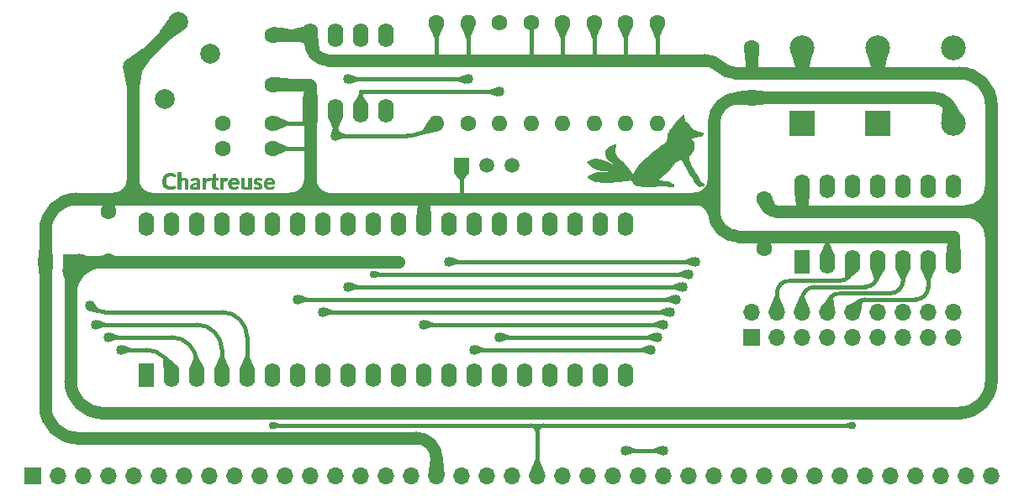
<source format=gtl>
G04 #@! TF.GenerationSoftware,KiCad,Pcbnew,8.0.3+1*
G04 #@! TF.CreationDate,2024-06-25T17:55:50-06:00*
G04 #@! TF.ProjectId,z80-cpu,7a38302d-6370-4752-9e6b-696361645f70,rev?*
G04 #@! TF.SameCoordinates,Original*
G04 #@! TF.FileFunction,Copper,L1,Top*
G04 #@! TF.FilePolarity,Positive*
%FSLAX46Y46*%
G04 Gerber Fmt 4.6, Leading zero omitted, Abs format (unit mm)*
G04 Created by KiCad (PCBNEW 8.0.3+1) date 2024-06-25 17:55:50*
%MOMM*%
%LPD*%
G01*
G04 APERTURE LIST*
G04 #@! TA.AperFunction,Conductor*
%ADD10C,1.270000*%
G04 #@! TD*
G04 #@! TA.AperFunction,Conductor*
%ADD11C,0.381000*%
G04 #@! TD*
%ADD12C,0.300000*%
G04 #@! TA.AperFunction,NonConductor*
%ADD13C,0.300000*%
G04 #@! TD*
G04 #@! TA.AperFunction,EtchedComponent*
%ADD14C,0.010000*%
G04 #@! TD*
G04 #@! TA.AperFunction,ComponentPad*
%ADD15C,1.600000*%
G04 #@! TD*
G04 #@! TA.AperFunction,ComponentPad*
%ADD16O,1.600000X1.600000*%
G04 #@! TD*
G04 #@! TA.AperFunction,ComponentPad*
%ADD17R,1.700000X1.700000*%
G04 #@! TD*
G04 #@! TA.AperFunction,ComponentPad*
%ADD18O,1.700000X1.700000*%
G04 #@! TD*
G04 #@! TA.AperFunction,ComponentPad*
%ADD19R,1.600000X2.400000*%
G04 #@! TD*
G04 #@! TA.AperFunction,ComponentPad*
%ADD20O,1.600000X2.400000*%
G04 #@! TD*
G04 #@! TA.AperFunction,ComponentPad*
%ADD21R,2.500000X2.500000*%
G04 #@! TD*
G04 #@! TA.AperFunction,ComponentPad*
%ADD22C,2.500000*%
G04 #@! TD*
G04 #@! TA.AperFunction,ComponentPad*
%ADD23C,2.000000*%
G04 #@! TD*
G04 #@! TA.AperFunction,ComponentPad*
%ADD24R,1.600000X1.600000*%
G04 #@! TD*
G04 #@! TA.AperFunction,ComponentPad*
%ADD25R,1.500000X1.500000*%
G04 #@! TD*
G04 #@! TA.AperFunction,ComponentPad*
%ADD26C,1.500000*%
G04 #@! TD*
G04 #@! TA.AperFunction,ViaPad*
%ADD27C,1.016000*%
G04 #@! TD*
G04 #@! TA.AperFunction,ViaPad*
%ADD28C,0.762000*%
G04 #@! TD*
G04 APERTURE END LIST*
D10*
X198120000Y-90170000D02*
G75*
G02*
X200660000Y-92710000I0J-2540000D01*
G01*
X133984162Y-88898324D02*
G75*
G02*
X132079176Y-86993324I38J1905024D01*
G01*
X172720000Y-86995000D02*
G75*
G02*
X170815000Y-88900000I-1905000J0D01*
G01*
X170840401Y-88886332D02*
G75*
G02*
X172671030Y-90230472I-1J-1918668D01*
G01*
X200660000Y-87630000D02*
G75*
G02*
X198120000Y-90170000I-2540000J0D01*
G01*
X132079162Y-86994162D02*
G75*
G02*
X130174162Y-88899162I-1904962J-38D01*
G01*
D11*
X154305000Y-111760000D02*
G75*
G02*
X154940000Y-112395000I0J-635000D01*
G01*
D10*
X116128800Y-88899162D02*
G75*
G02*
X114223838Y-86994162I0J1904962D01*
G01*
X114223800Y-86995000D02*
G75*
G02*
X112318800Y-88900000I-1905000J0D01*
G01*
D11*
X154940000Y-112395000D02*
G75*
G02*
X155575000Y-111760000I635000J0D01*
G01*
D10*
X107950000Y-98425000D02*
G75*
G02*
X111125000Y-95250000I3175000J0D01*
G01*
D12*
D13*
G36*
X118398094Y-87531083D02*
G01*
X118425918Y-87536325D01*
X118452935Y-87554875D01*
X118608587Y-87721012D01*
X118554149Y-87785354D01*
X118493259Y-87841279D01*
X118425918Y-87888787D01*
X118352124Y-87927876D01*
X118271777Y-87958220D01*
X118184374Y-87979895D01*
X118102107Y-87991748D01*
X118014438Y-87996963D01*
X117988397Y-87997234D01*
X117905978Y-87994108D01*
X117816464Y-87982881D01*
X117731940Y-87963487D01*
X117652407Y-87935928D01*
X117642816Y-87931909D01*
X117569299Y-87895944D01*
X117493522Y-87848073D01*
X117425081Y-87792356D01*
X117383529Y-87750852D01*
X117327766Y-87682372D01*
X117279785Y-87607130D01*
X117243670Y-87534571D01*
X117220618Y-87476645D01*
X117195743Y-87395542D01*
X117177975Y-87311113D01*
X117167314Y-87223357D01*
X117163761Y-87132274D01*
X117166694Y-87050842D01*
X117177229Y-86961417D01*
X117195425Y-86875872D01*
X117221283Y-86794209D01*
X117225054Y-86784274D01*
X117259002Y-86707758D01*
X117299150Y-86636686D01*
X117351728Y-86563237D01*
X117398046Y-86510873D01*
X117464354Y-86450279D01*
X117537615Y-86397787D01*
X117608573Y-86357929D01*
X117665398Y-86332236D01*
X117745190Y-86304185D01*
X117828913Y-86284149D01*
X117916569Y-86272127D01*
X118008156Y-86268120D01*
X118089265Y-86271516D01*
X118171371Y-86282692D01*
X118187197Y-86285863D01*
X118268652Y-86306529D01*
X118344462Y-86333849D01*
X118419025Y-86370053D01*
X118479146Y-86408046D01*
X118544216Y-86459011D01*
X118588828Y-86502002D01*
X118456161Y-86679833D01*
X118425918Y-86709673D01*
X118377125Y-86722980D01*
X118337607Y-86714109D01*
X118298089Y-86691930D01*
X118252522Y-86663300D01*
X118193245Y-86635073D01*
X118112999Y-86612894D01*
X118031819Y-86604064D01*
X118005736Y-86603620D01*
X117923591Y-86610412D01*
X117842773Y-86632764D01*
X117827502Y-86639105D01*
X117756678Y-86679172D01*
X117695424Y-86733592D01*
X117687979Y-86741933D01*
X117638922Y-86811888D01*
X117603528Y-86889491D01*
X117597249Y-86907667D01*
X117576623Y-86991874D01*
X117566917Y-87077756D01*
X117565393Y-87131467D01*
X117569586Y-87215689D01*
X117583725Y-87299851D01*
X117600878Y-87357688D01*
X117633903Y-87432573D01*
X117678846Y-87501906D01*
X117697254Y-87523825D01*
X117758857Y-87579958D01*
X117829498Y-87622092D01*
X117839599Y-87626652D01*
X117918445Y-87651833D01*
X118002252Y-87661598D01*
X118013801Y-87661735D01*
X118097021Y-87658290D01*
X118110983Y-87656896D01*
X118191248Y-87640305D01*
X118193648Y-87639556D01*
X118265426Y-87607700D01*
X118332189Y-87559199D01*
X118334381Y-87557294D01*
X118364221Y-87538745D01*
X118398094Y-87531083D01*
G37*
G36*
X118730367Y-87984331D02*
G01*
X118730367Y-86229409D01*
X119090465Y-86229409D01*
X119090465Y-86883472D01*
X119158210Y-86832865D01*
X119231601Y-86793145D01*
X119309519Y-86768253D01*
X119393914Y-86758771D01*
X119413464Y-86758466D01*
X119495511Y-86765026D01*
X119573653Y-86786616D01*
X119588069Y-86792742D01*
X119658234Y-86833772D01*
X119716301Y-86888311D01*
X119762271Y-86955149D01*
X119795337Y-87033882D01*
X119814730Y-87116083D01*
X119822117Y-87198559D01*
X119822355Y-87216955D01*
X119822355Y-87984331D01*
X119462257Y-87984331D01*
X119462257Y-87216149D01*
X119450763Y-87133244D01*
X119421529Y-87078239D01*
X119351576Y-87034501D01*
X119301766Y-87028640D01*
X119220096Y-87042806D01*
X119190067Y-87056061D01*
X119120638Y-87102168D01*
X119090465Y-87129048D01*
X119090465Y-87984331D01*
X118730367Y-87984331D01*
G37*
G36*
X120632324Y-86764322D02*
G01*
X120715903Y-86783729D01*
X120743769Y-86793951D01*
X120820246Y-86833043D01*
X120884850Y-86884540D01*
X120892567Y-86892343D01*
X120943650Y-86956923D01*
X120981974Y-87031959D01*
X120986120Y-87042754D01*
X121008448Y-87121779D01*
X121018272Y-87207133D01*
X121018783Y-87232682D01*
X121018783Y-87984331D01*
X120853855Y-87984331D01*
X120776432Y-87970620D01*
X120732882Y-87912553D01*
X120707477Y-87846421D01*
X120641547Y-87896700D01*
X120620377Y-87911343D01*
X120547597Y-87952554D01*
X120533679Y-87958926D01*
X120454233Y-87984412D01*
X120438513Y-87987556D01*
X120356554Y-87996629D01*
X120326411Y-87997234D01*
X120243218Y-87991203D01*
X120176807Y-87975862D01*
X120100506Y-87941429D01*
X120062286Y-87913359D01*
X120009922Y-87850163D01*
X119989701Y-87810129D01*
X119968490Y-87730183D01*
X119964297Y-87667783D01*
X119966883Y-87651250D01*
X120307862Y-87651250D01*
X120331689Y-87730706D01*
X120341331Y-87739561D01*
X120420883Y-87764345D01*
X120440529Y-87764965D01*
X120520800Y-87755514D01*
X120562309Y-87740771D01*
X120631460Y-87695461D01*
X120667959Y-87661331D01*
X120667959Y-87493985D01*
X120586475Y-87496314D01*
X120503545Y-87505576D01*
X120490128Y-87508098D01*
X120411426Y-87529748D01*
X120380043Y-87543584D01*
X120323588Y-87592376D01*
X120307862Y-87651250D01*
X119966883Y-87651250D01*
X119976898Y-87587229D01*
X119996557Y-87537535D01*
X120044690Y-87469941D01*
X120109465Y-87416158D01*
X120183849Y-87374595D01*
X120261136Y-87344104D01*
X120325604Y-87324622D01*
X120407627Y-87306688D01*
X120489907Y-87295675D01*
X120581009Y-87289298D01*
X120667959Y-87287523D01*
X120667959Y-87234698D01*
X120659624Y-87151009D01*
X120624409Y-87077433D01*
X120551446Y-87034406D01*
X120500613Y-87028640D01*
X120417973Y-87036806D01*
X120396172Y-87043157D01*
X120323588Y-87075416D01*
X120261489Y-87107676D01*
X120189711Y-87121790D01*
X120126805Y-87103240D01*
X120084867Y-87058883D01*
X120019945Y-86945572D01*
X120090528Y-86891110D01*
X120165680Y-86846178D01*
X120245400Y-86810776D01*
X120261892Y-86804839D01*
X120346951Y-86780384D01*
X120426737Y-86766119D01*
X120509585Y-86759190D01*
X120547389Y-86758466D01*
X120632324Y-86764322D01*
G37*
G36*
X121241777Y-87984331D02*
G01*
X121241777Y-86771370D01*
X121455497Y-86771370D01*
X121500257Y-86776612D01*
X121530500Y-86792338D01*
X121549050Y-86820566D01*
X121560340Y-86863713D01*
X121577680Y-86974605D01*
X121622535Y-86905310D01*
X121676119Y-86843807D01*
X121707122Y-86816533D01*
X121779865Y-86774854D01*
X121862001Y-86758693D01*
X121873662Y-86758466D01*
X121955602Y-86769311D01*
X122005926Y-86792742D01*
X121982941Y-87072997D01*
X121963585Y-87110095D01*
X121927293Y-87119773D01*
X121902695Y-87119773D01*
X121871242Y-87119773D01*
X121838176Y-87119773D01*
X121807530Y-87119773D01*
X121724905Y-87133705D01*
X121681314Y-87159291D01*
X121625998Y-87223481D01*
X121601875Y-87267361D01*
X121601875Y-87984331D01*
X121241777Y-87984331D01*
G37*
G36*
X122553533Y-87997234D02*
G01*
X122472682Y-87991085D01*
X122401913Y-87972636D01*
X122327942Y-87933352D01*
X122291424Y-87902069D01*
X122242236Y-87834100D01*
X122223678Y-87791983D01*
X122204150Y-87709964D01*
X122200290Y-87647621D01*
X122200290Y-87029446D01*
X122098269Y-87029446D01*
X122050686Y-87010897D01*
X122030927Y-86955249D01*
X122030927Y-86808468D01*
X122222469Y-86770160D01*
X122293440Y-86467323D01*
X122353322Y-86411460D01*
X122372476Y-86410062D01*
X122560388Y-86410062D01*
X122560388Y-86771370D01*
X122858789Y-86771370D01*
X122858789Y-87029446D01*
X122560388Y-87029446D01*
X122560388Y-87630281D01*
X122580550Y-87699640D01*
X122639424Y-87727060D01*
X122672490Y-87723028D01*
X122695475Y-87713753D01*
X122714024Y-87704075D01*
X122734590Y-87700043D01*
X122760397Y-87707704D01*
X122780963Y-87730689D01*
X122890242Y-87897230D01*
X122816146Y-87940982D01*
X122738807Y-87970646D01*
X122733380Y-87972233D01*
X122650482Y-87990178D01*
X122565104Y-87997137D01*
X122553533Y-87997234D01*
G37*
G36*
X123009603Y-87984331D02*
G01*
X123009603Y-86771370D01*
X123223323Y-86771370D01*
X123268083Y-86776612D01*
X123298326Y-86792338D01*
X123316875Y-86820566D01*
X123328166Y-86863713D01*
X123345506Y-86974605D01*
X123390361Y-86905310D01*
X123443944Y-86843807D01*
X123474947Y-86816533D01*
X123547691Y-86774854D01*
X123629827Y-86758693D01*
X123641488Y-86758466D01*
X123723428Y-86769311D01*
X123773752Y-86792742D01*
X123750767Y-87072997D01*
X123731411Y-87110095D01*
X123695119Y-87119773D01*
X123670521Y-87119773D01*
X123639068Y-87119773D01*
X123606002Y-87119773D01*
X123575355Y-87119773D01*
X123492731Y-87133705D01*
X123449140Y-87159291D01*
X123393824Y-87223481D01*
X123369701Y-87267361D01*
X123369701Y-87984331D01*
X123009603Y-87984331D01*
G37*
G36*
X124487080Y-86763683D02*
G01*
X124568094Y-86779334D01*
X124618953Y-86795564D01*
X124695221Y-86831297D01*
X124762171Y-86878211D01*
X124789929Y-86903634D01*
X124842730Y-86966228D01*
X124885149Y-87039337D01*
X124901225Y-87076626D01*
X124925798Y-87157300D01*
X124938360Y-87238027D01*
X124941549Y-87308895D01*
X124937920Y-87375431D01*
X124925016Y-87415755D01*
X124900015Y-87436724D01*
X124860094Y-87442369D01*
X124165706Y-87442369D01*
X124182096Y-87528051D01*
X124212951Y-87603653D01*
X124257243Y-87659718D01*
X124330699Y-87705753D01*
X124413561Y-87725416D01*
X124449187Y-87727060D01*
X124530078Y-87719353D01*
X124556854Y-87712140D01*
X124633076Y-87680928D01*
X124637503Y-87678671D01*
X124702425Y-87645202D01*
X124764928Y-87629878D01*
X124829850Y-87661331D01*
X124934291Y-87791579D01*
X124876425Y-87849344D01*
X124814124Y-87895213D01*
X124740391Y-87934312D01*
X124681456Y-87957313D01*
X124601009Y-87979153D01*
X124545966Y-87988363D01*
X124463647Y-87995987D01*
X124416524Y-87997234D01*
X124331332Y-87992374D01*
X124249857Y-87977794D01*
X124179013Y-87956103D01*
X124099757Y-87919641D01*
X124028326Y-87871951D01*
X123985052Y-87833920D01*
X123927628Y-87767574D01*
X123883557Y-87696992D01*
X123853594Y-87632298D01*
X123828289Y-87553082D01*
X123812356Y-87466148D01*
X123806030Y-87381308D01*
X123805608Y-87351639D01*
X123810468Y-87270272D01*
X123817072Y-87235908D01*
X124168932Y-87235908D01*
X124618550Y-87235908D01*
X124607259Y-87155259D01*
X124571370Y-87085498D01*
X124505642Y-87035495D01*
X124424963Y-87017005D01*
X124407250Y-87016543D01*
X124325567Y-87027348D01*
X124253387Y-87066161D01*
X124245952Y-87072997D01*
X124197663Y-87141952D01*
X124171454Y-87222796D01*
X124168932Y-87235908D01*
X123817072Y-87235908D01*
X123826857Y-87184986D01*
X123846739Y-87123403D01*
X123882691Y-87046395D01*
X123928850Y-86976873D01*
X123965293Y-86934684D01*
X124027897Y-86878601D01*
X124099574Y-86831932D01*
X124152399Y-86806049D01*
X124231189Y-86778958D01*
X124316745Y-86763113D01*
X124400395Y-86758466D01*
X124487080Y-86763683D01*
G37*
G36*
X125462945Y-86771370D02*
G01*
X125462945Y-87539148D01*
X125474439Y-87623197D01*
X125503673Y-87678268D01*
X125573626Y-87721295D01*
X125623436Y-87727060D01*
X125704689Y-87714561D01*
X125734329Y-87702866D01*
X125803966Y-87660259D01*
X125834737Y-87634717D01*
X125834737Y-86771370D01*
X126194835Y-86771370D01*
X126194835Y-87984331D01*
X125971840Y-87984331D01*
X125896912Y-87949853D01*
X125883529Y-87923037D01*
X125861351Y-87852469D01*
X125798810Y-87904998D01*
X125789573Y-87911746D01*
X125717696Y-87953692D01*
X125709731Y-87957313D01*
X125630695Y-87983600D01*
X125618598Y-87986347D01*
X125536698Y-87996713D01*
X125511738Y-87997234D01*
X125429890Y-87990674D01*
X125351617Y-87969084D01*
X125337133Y-87962959D01*
X125266867Y-87921828D01*
X125208497Y-87866986D01*
X125162830Y-87799745D01*
X125129865Y-87721415D01*
X125110762Y-87639238D01*
X125103484Y-87556144D01*
X125103251Y-87537535D01*
X125103251Y-86771370D01*
X125462945Y-86771370D01*
G37*
G36*
X127196092Y-87053238D02*
G01*
X127166655Y-87085498D01*
X127126734Y-87094772D01*
X127075118Y-87084288D01*
X127020277Y-87061706D01*
X126953338Y-87039124D01*
X126871621Y-87028650D01*
X126868657Y-87028640D01*
X126786571Y-87041972D01*
X126763410Y-87054448D01*
X126727118Y-87125419D01*
X126750909Y-87180260D01*
X126814219Y-87218165D01*
X126891094Y-87245863D01*
X126903336Y-87249618D01*
X126982941Y-87274762D01*
X127005760Y-87282684D01*
X127082805Y-87313533D01*
X127107781Y-87325428D01*
X127176887Y-87368298D01*
X127197301Y-87385512D01*
X127249450Y-87450941D01*
X127260611Y-87472613D01*
X127282079Y-87552750D01*
X127284402Y-87595602D01*
X127276237Y-87679780D01*
X127251740Y-87757304D01*
X127208359Y-87830019D01*
X127154961Y-87884729D01*
X127087829Y-87929492D01*
X127013181Y-87961997D01*
X126995679Y-87967797D01*
X126914287Y-87986857D01*
X126830768Y-87995826D01*
X126778330Y-87997234D01*
X126697353Y-87991851D01*
X126654937Y-87984734D01*
X126576053Y-87965209D01*
X126535980Y-87952071D01*
X126460885Y-87919618D01*
X126429523Y-87902472D01*
X126362037Y-87854646D01*
X126346051Y-87840372D01*
X126429926Y-87705688D01*
X126465009Y-87668590D01*
X126520253Y-87654879D01*
X126576708Y-87668186D01*
X126630742Y-87697220D01*
X126698487Y-87725850D01*
X126778847Y-87738833D01*
X126796879Y-87739158D01*
X126867447Y-87730689D01*
X126913820Y-87707301D01*
X126939628Y-87674235D01*
X126947693Y-87636330D01*
X126923095Y-87578666D01*
X126859382Y-87539148D01*
X126781890Y-87512068D01*
X126769459Y-87508501D01*
X126689469Y-87483604D01*
X126666631Y-87475839D01*
X126589133Y-87444310D01*
X126563804Y-87431885D01*
X126494320Y-87385688D01*
X126473880Y-87366962D01*
X126424781Y-87301198D01*
X126409764Y-87270587D01*
X126388972Y-87189875D01*
X126385569Y-87132677D01*
X126394883Y-87050269D01*
X126415006Y-86989525D01*
X126457890Y-86918217D01*
X126504123Y-86870165D01*
X126570860Y-86824195D01*
X126646977Y-86790620D01*
X126652518Y-86788709D01*
X126736637Y-86768035D01*
X126817954Y-86759529D01*
X126861802Y-86758466D01*
X126945276Y-86763849D01*
X126987614Y-86770966D01*
X127068080Y-86792556D01*
X127102136Y-86805646D01*
X127174231Y-86841902D01*
X127199721Y-86858471D01*
X127264491Y-86911343D01*
X127277547Y-86924603D01*
X127196092Y-87053238D01*
G37*
G36*
X128077573Y-86763683D02*
G01*
X128158587Y-86779334D01*
X128209446Y-86795564D01*
X128285714Y-86831297D01*
X128352664Y-86878211D01*
X128380422Y-86903634D01*
X128433223Y-86966228D01*
X128475642Y-87039337D01*
X128491718Y-87076626D01*
X128516290Y-87157300D01*
X128528853Y-87238027D01*
X128532042Y-87308895D01*
X128528413Y-87375431D01*
X128515509Y-87415755D01*
X128490508Y-87436724D01*
X128450587Y-87442369D01*
X127756199Y-87442369D01*
X127772589Y-87528051D01*
X127803444Y-87603653D01*
X127847736Y-87659718D01*
X127921192Y-87705753D01*
X128004054Y-87725416D01*
X128039680Y-87727060D01*
X128120571Y-87719353D01*
X128147347Y-87712140D01*
X128223569Y-87680928D01*
X128227996Y-87678671D01*
X128292918Y-87645202D01*
X128355421Y-87629878D01*
X128420343Y-87661331D01*
X128524784Y-87791579D01*
X128466918Y-87849344D01*
X128404617Y-87895213D01*
X128330884Y-87934312D01*
X128271949Y-87957313D01*
X128191502Y-87979153D01*
X128136459Y-87988363D01*
X128054140Y-87995987D01*
X128007017Y-87997234D01*
X127921825Y-87992374D01*
X127840350Y-87977794D01*
X127769506Y-87956103D01*
X127690250Y-87919641D01*
X127618818Y-87871951D01*
X127575545Y-87833920D01*
X127518121Y-87767574D01*
X127474050Y-87696992D01*
X127444087Y-87632298D01*
X127418782Y-87553082D01*
X127402849Y-87466148D01*
X127396523Y-87381308D01*
X127396101Y-87351639D01*
X127400961Y-87270272D01*
X127407565Y-87235908D01*
X127759425Y-87235908D01*
X128209043Y-87235908D01*
X128197752Y-87155259D01*
X128161863Y-87085498D01*
X128096134Y-87035495D01*
X128015456Y-87017005D01*
X127997743Y-87016543D01*
X127916060Y-87027348D01*
X127843880Y-87066161D01*
X127836445Y-87072997D01*
X127788156Y-87141952D01*
X127761947Y-87222796D01*
X127759425Y-87235908D01*
X127407565Y-87235908D01*
X127417350Y-87184986D01*
X127437232Y-87123403D01*
X127473184Y-87046395D01*
X127519343Y-86976873D01*
X127555786Y-86934684D01*
X127618390Y-86878601D01*
X127690067Y-86831932D01*
X127742892Y-86806049D01*
X127821682Y-86778958D01*
X127907238Y-86763113D01*
X127990888Y-86758466D01*
X128077573Y-86763683D01*
G37*
D14*
X169641580Y-80432393D02*
X169663787Y-80507897D01*
X169677233Y-80588591D01*
X169693811Y-80724970D01*
X169710567Y-80863760D01*
X169717763Y-80923771D01*
X169733542Y-81017294D01*
X169759857Y-81065615D01*
X169809078Y-81087972D01*
X169825696Y-81091616D01*
X169886508Y-81122986D01*
X169976298Y-81192330D01*
X170083030Y-81287889D01*
X170194665Y-81397901D01*
X170299166Y-81510606D01*
X170384495Y-81614242D01*
X170431066Y-81683068D01*
X170493183Y-81787227D01*
X170542632Y-81852442D01*
X170596782Y-81896809D01*
X170673001Y-81938426D01*
X170678974Y-81941389D01*
X170804391Y-81995751D01*
X170966468Y-82055410D01*
X171143433Y-82113395D01*
X171313514Y-82162731D01*
X171454939Y-82196446D01*
X171499089Y-82204063D01*
X171590742Y-82221663D01*
X171636313Y-82248610D01*
X171654099Y-82297565D01*
X171656119Y-82312703D01*
X171639179Y-82417070D01*
X171565133Y-82499417D01*
X171438691Y-82556020D01*
X171319911Y-82578513D01*
X171146841Y-82601591D01*
X170962034Y-82632207D01*
X170782607Y-82666942D01*
X170625677Y-82702376D01*
X170508360Y-82735091D01*
X170474634Y-82747356D01*
X170366995Y-82791800D01*
X170513613Y-82948547D01*
X170592918Y-83037693D01*
X170643312Y-83112381D01*
X170675373Y-83195504D01*
X170699677Y-83309954D01*
X170710356Y-83374365D01*
X170715366Y-83507280D01*
X170698652Y-83674828D01*
X170664249Y-83852542D01*
X170616190Y-84015957D01*
X170596161Y-84066953D01*
X170539639Y-84168567D01*
X170454120Y-84288648D01*
X170357791Y-84401733D01*
X170354715Y-84404971D01*
X170264833Y-84502884D01*
X170212115Y-84574379D01*
X170186902Y-84637358D01*
X170179539Y-84709718D01*
X170179355Y-84730003D01*
X170189854Y-84840883D01*
X170216857Y-84975679D01*
X170241293Y-85062789D01*
X170278851Y-85188821D01*
X170310051Y-85310708D01*
X170323453Y-85375879D01*
X170352942Y-85461670D01*
X170416049Y-85585236D01*
X170506057Y-85734059D01*
X170557007Y-85811031D01*
X170722529Y-86055146D01*
X170855313Y-86252996D01*
X170959480Y-86411207D01*
X171039150Y-86536402D01*
X171098446Y-86635208D01*
X171141489Y-86714248D01*
X171172400Y-86780148D01*
X171193301Y-86833832D01*
X171280923Y-87036417D01*
X171382617Y-87183002D01*
X171504459Y-87281557D01*
X171553537Y-87306423D01*
X171666770Y-87373574D01*
X171722378Y-87443170D01*
X171721147Y-87506273D01*
X171663865Y-87553944D01*
X171551316Y-87577245D01*
X171529628Y-87578087D01*
X171408527Y-87585332D01*
X171291039Y-87599509D01*
X171272245Y-87602783D01*
X171172305Y-87608181D01*
X171092158Y-87573333D01*
X171074095Y-87559871D01*
X170999858Y-87484145D01*
X170906991Y-87363043D01*
X170804398Y-87209481D01*
X170700981Y-87036375D01*
X170653240Y-86949342D01*
X170581620Y-86822982D01*
X170501739Y-86694020D01*
X170457066Y-86627713D01*
X170375694Y-86512965D01*
X170286354Y-86387020D01*
X170251297Y-86337611D01*
X170112717Y-86123354D01*
X169970221Y-85869154D01*
X169836020Y-85597484D01*
X169776608Y-85463908D01*
X169670382Y-85232417D01*
X169574246Y-85058182D01*
X169489317Y-84942890D01*
X169416711Y-84888229D01*
X169392603Y-84883705D01*
X169265394Y-84911492D01*
X169112349Y-84992411D01*
X168938133Y-85122799D01*
X168747412Y-85298994D01*
X168544851Y-85517332D01*
X168463930Y-85612779D01*
X168343149Y-85751192D01*
X168195058Y-85909297D01*
X168029360Y-86077836D01*
X167855756Y-86247553D01*
X167683950Y-86409189D01*
X167523644Y-86553489D01*
X167384539Y-86671196D01*
X167276338Y-86753051D01*
X167252726Y-86768394D01*
X167148531Y-86835573D01*
X167093367Y-86881108D01*
X167079180Y-86913307D01*
X167091559Y-86934690D01*
X167150472Y-86967741D01*
X167266171Y-87005068D01*
X167440721Y-87047193D01*
X167676189Y-87094642D01*
X167840275Y-87124593D01*
X168018580Y-87163907D01*
X168200224Y-87217237D01*
X168370762Y-87279016D01*
X168515750Y-87343677D01*
X168620743Y-87405654D01*
X168659421Y-87440293D01*
X168689109Y-87511885D01*
X168691030Y-87565370D01*
X168681578Y-87601855D01*
X168656988Y-87624658D01*
X168603920Y-87637769D01*
X168509034Y-87645177D01*
X168411060Y-87649089D01*
X168274131Y-87651825D01*
X168186812Y-87646874D01*
X168134473Y-87631965D01*
X168102487Y-87604830D01*
X168099391Y-87600738D01*
X168042647Y-87568273D01*
X167935158Y-87544849D01*
X167790027Y-87530616D01*
X167620359Y-87525726D01*
X167439260Y-87530329D01*
X167259835Y-87544575D01*
X167095188Y-87568616D01*
X167007511Y-87588181D01*
X166693671Y-87646661D01*
X166324919Y-87671451D01*
X165901233Y-87662552D01*
X165788670Y-87655206D01*
X165519875Y-87625707D01*
X165260413Y-87578988D01*
X165027131Y-87518873D01*
X164836875Y-87449190D01*
X164796183Y-87429798D01*
X164709677Y-87368999D01*
X164618215Y-87279730D01*
X164579221Y-87232058D01*
X164506244Y-87135758D01*
X164437621Y-87048764D01*
X164410582Y-87016110D01*
X164345910Y-86940519D01*
X163853940Y-87022146D01*
X163550571Y-87071474D01*
X163295165Y-87109972D01*
X163072360Y-87138897D01*
X162866796Y-87159506D01*
X162663112Y-87173059D01*
X162445946Y-87180811D01*
X162199938Y-87184020D01*
X161909726Y-87183945D01*
X161879228Y-87183812D01*
X161596544Y-87181568D01*
X161369478Y-87177404D01*
X161189196Y-87170849D01*
X161046865Y-87161429D01*
X160933651Y-87148674D01*
X160840722Y-87132112D01*
X160819022Y-87127178D01*
X160520091Y-87030260D01*
X160271793Y-86893564D01*
X160131308Y-86777379D01*
X159995063Y-86644593D01*
X160375474Y-86459055D01*
X160532871Y-86384934D01*
X160683618Y-86318626D01*
X160811037Y-86267176D01*
X160898449Y-86237633D01*
X160901189Y-86236928D01*
X160985701Y-86224792D01*
X161130104Y-86216021D01*
X161335431Y-86210592D01*
X161602713Y-86208482D01*
X161932983Y-86209669D01*
X162064596Y-86210868D01*
X162312980Y-86213214D01*
X162538989Y-86214920D01*
X162735019Y-86215962D01*
X162893466Y-86216318D01*
X163006729Y-86215964D01*
X163067203Y-86214876D01*
X163075243Y-86213984D01*
X163042559Y-86208577D01*
X162954134Y-86197069D01*
X162818302Y-86180460D01*
X162643395Y-86159752D01*
X162437749Y-86135943D01*
X162209696Y-86110034D01*
X162199523Y-86108889D01*
X161880002Y-86072536D01*
X161716106Y-86052958D01*
X163642889Y-86052958D01*
X163648442Y-86062963D01*
X163682406Y-86090684D01*
X163739909Y-86132954D01*
X163762652Y-86136662D01*
X163764888Y-86125829D01*
X163739572Y-86102210D01*
X163692362Y-86075701D01*
X163642889Y-86052958D01*
X161716106Y-86052958D01*
X161616661Y-86041079D01*
X161517454Y-86027995D01*
X163571487Y-86027995D01*
X163587604Y-86044112D01*
X163603720Y-86027995D01*
X163587604Y-86011878D01*
X163571487Y-86027995D01*
X161517454Y-86027995D01*
X161401564Y-86012711D01*
X161292192Y-85995761D01*
X163507020Y-85995761D01*
X163523137Y-86011878D01*
X163539253Y-85995761D01*
X163523137Y-85979644D01*
X163507020Y-85995761D01*
X161292192Y-85995761D01*
X161226774Y-85985623D01*
X161112828Y-85963528D01*
X163442553Y-85963528D01*
X163458670Y-85979644D01*
X163474786Y-85963528D01*
X163458670Y-85947411D01*
X163442553Y-85963528D01*
X161112828Y-85963528D01*
X161084355Y-85958007D01*
X160966369Y-85928055D01*
X160864879Y-85893957D01*
X160771950Y-85853905D01*
X160679644Y-85806091D01*
X160580024Y-85748706D01*
X160555940Y-85734380D01*
X160389971Y-85625866D01*
X160239003Y-85509540D01*
X160112218Y-85394155D01*
X160018803Y-85288462D01*
X159967940Y-85201213D01*
X159961335Y-85167771D01*
X159990445Y-85121962D01*
X160078841Y-85061663D01*
X160208226Y-84995117D01*
X160465382Y-84896893D01*
X160712508Y-84855489D01*
X160966598Y-84869505D01*
X161172654Y-84915743D01*
X161515251Y-85021315D01*
X161835713Y-85138183D01*
X162149700Y-85273350D01*
X162472869Y-85433819D01*
X162820880Y-85626590D01*
X163006840Y-85735930D01*
X163142618Y-85815707D01*
X163259221Y-85881713D01*
X163345170Y-85927632D01*
X163388990Y-85947143D01*
X163390956Y-85947411D01*
X163407277Y-85945394D01*
X163405058Y-85935137D01*
X163376546Y-85910333D01*
X163313989Y-85864677D01*
X163209636Y-85791861D01*
X163144021Y-85746513D01*
X162817210Y-85516825D01*
X162543196Y-85314713D01*
X162318363Y-85136551D01*
X162139094Y-84978716D01*
X162001771Y-84837584D01*
X161902779Y-84709531D01*
X161838498Y-84590934D01*
X161805313Y-84478167D01*
X161798644Y-84398571D01*
X161825074Y-84162932D01*
X161901681Y-83954304D01*
X162024438Y-83783193D01*
X162040524Y-83767172D01*
X162174547Y-83660386D01*
X162342256Y-83558528D01*
X162519284Y-83474382D01*
X162681264Y-83420732D01*
X162713544Y-83414100D01*
X162768104Y-83403862D01*
X162803859Y-83402120D01*
X162821820Y-83418543D01*
X162823000Y-83462801D01*
X162808411Y-83544564D01*
X162779065Y-83673502D01*
X162752582Y-83787075D01*
X162724287Y-83995437D01*
X162745027Y-84188013D01*
X162817716Y-84387478D01*
X162833951Y-84420731D01*
X162929440Y-84577463D01*
X163062656Y-84751301D01*
X163217727Y-84923528D01*
X163378782Y-85075428D01*
X163413773Y-85104528D01*
X163531409Y-85210603D01*
X163670165Y-85352789D01*
X163819238Y-85518200D01*
X163967824Y-85693955D01*
X164105119Y-85867168D01*
X164220320Y-86024956D01*
X164302623Y-86154434D01*
X164317504Y-86182276D01*
X164398571Y-86315322D01*
X164479495Y-86397669D01*
X164554790Y-86425401D01*
X164617333Y-86396338D01*
X164651614Y-86347918D01*
X164705291Y-86258006D01*
X164768901Y-86142757D01*
X164795380Y-86092462D01*
X164946192Y-85832522D01*
X165131155Y-85570364D01*
X165353967Y-85302240D01*
X165618324Y-85024401D01*
X165927922Y-84733099D01*
X166286457Y-84424584D01*
X166697627Y-84095109D01*
X166972121Y-83885057D01*
X167237212Y-83683921D01*
X167454367Y-83515532D01*
X167628200Y-83375293D01*
X167763328Y-83258608D01*
X167864362Y-83160882D01*
X167935919Y-83077518D01*
X167982613Y-83003920D01*
X168009058Y-82935492D01*
X168019869Y-82867637D01*
X168020842Y-82840504D01*
X168038124Y-82652287D01*
X168081938Y-82444353D01*
X168144538Y-82248373D01*
X168191570Y-82142518D01*
X168252504Y-82039458D01*
X168338303Y-81912119D01*
X168432088Y-81785347D01*
X168447606Y-81765647D01*
X168533958Y-81650331D01*
X168608294Y-81538747D01*
X168657441Y-81451002D01*
X168664412Y-81434721D01*
X168706114Y-81362829D01*
X168782244Y-81263449D01*
X168879840Y-81152799D01*
X168935775Y-81095193D01*
X169067459Y-80961502D01*
X169212958Y-80809326D01*
X169345502Y-80666754D01*
X169373517Y-80635859D01*
X169466818Y-80536130D01*
X169546732Y-80457783D01*
X169602131Y-80411372D01*
X169618817Y-80403242D01*
X169641580Y-80432393D01*
G04 #@! TA.AperFunction,EtchedComponent*
G36*
X169641580Y-80432393D02*
G01*
X169663787Y-80507897D01*
X169677233Y-80588591D01*
X169693811Y-80724970D01*
X169710567Y-80863760D01*
X169717763Y-80923771D01*
X169733542Y-81017294D01*
X169759857Y-81065615D01*
X169809078Y-81087972D01*
X169825696Y-81091616D01*
X169886508Y-81122986D01*
X169976298Y-81192330D01*
X170083030Y-81287889D01*
X170194665Y-81397901D01*
X170299166Y-81510606D01*
X170384495Y-81614242D01*
X170431066Y-81683068D01*
X170493183Y-81787227D01*
X170542632Y-81852442D01*
X170596782Y-81896809D01*
X170673001Y-81938426D01*
X170678974Y-81941389D01*
X170804391Y-81995751D01*
X170966468Y-82055410D01*
X171143433Y-82113395D01*
X171313514Y-82162731D01*
X171454939Y-82196446D01*
X171499089Y-82204063D01*
X171590742Y-82221663D01*
X171636313Y-82248610D01*
X171654099Y-82297565D01*
X171656119Y-82312703D01*
X171639179Y-82417070D01*
X171565133Y-82499417D01*
X171438691Y-82556020D01*
X171319911Y-82578513D01*
X171146841Y-82601591D01*
X170962034Y-82632207D01*
X170782607Y-82666942D01*
X170625677Y-82702376D01*
X170508360Y-82735091D01*
X170474634Y-82747356D01*
X170366995Y-82791800D01*
X170513613Y-82948547D01*
X170592918Y-83037693D01*
X170643312Y-83112381D01*
X170675373Y-83195504D01*
X170699677Y-83309954D01*
X170710356Y-83374365D01*
X170715366Y-83507280D01*
X170698652Y-83674828D01*
X170664249Y-83852542D01*
X170616190Y-84015957D01*
X170596161Y-84066953D01*
X170539639Y-84168567D01*
X170454120Y-84288648D01*
X170357791Y-84401733D01*
X170354715Y-84404971D01*
X170264833Y-84502884D01*
X170212115Y-84574379D01*
X170186902Y-84637358D01*
X170179539Y-84709718D01*
X170179355Y-84730003D01*
X170189854Y-84840883D01*
X170216857Y-84975679D01*
X170241293Y-85062789D01*
X170278851Y-85188821D01*
X170310051Y-85310708D01*
X170323453Y-85375879D01*
X170352942Y-85461670D01*
X170416049Y-85585236D01*
X170506057Y-85734059D01*
X170557007Y-85811031D01*
X170722529Y-86055146D01*
X170855313Y-86252996D01*
X170959480Y-86411207D01*
X171039150Y-86536402D01*
X171098446Y-86635208D01*
X171141489Y-86714248D01*
X171172400Y-86780148D01*
X171193301Y-86833832D01*
X171280923Y-87036417D01*
X171382617Y-87183002D01*
X171504459Y-87281557D01*
X171553537Y-87306423D01*
X171666770Y-87373574D01*
X171722378Y-87443170D01*
X171721147Y-87506273D01*
X171663865Y-87553944D01*
X171551316Y-87577245D01*
X171529628Y-87578087D01*
X171408527Y-87585332D01*
X171291039Y-87599509D01*
X171272245Y-87602783D01*
X171172305Y-87608181D01*
X171092158Y-87573333D01*
X171074095Y-87559871D01*
X170999858Y-87484145D01*
X170906991Y-87363043D01*
X170804398Y-87209481D01*
X170700981Y-87036375D01*
X170653240Y-86949342D01*
X170581620Y-86822982D01*
X170501739Y-86694020D01*
X170457066Y-86627713D01*
X170375694Y-86512965D01*
X170286354Y-86387020D01*
X170251297Y-86337611D01*
X170112717Y-86123354D01*
X169970221Y-85869154D01*
X169836020Y-85597484D01*
X169776608Y-85463908D01*
X169670382Y-85232417D01*
X169574246Y-85058182D01*
X169489317Y-84942890D01*
X169416711Y-84888229D01*
X169392603Y-84883705D01*
X169265394Y-84911492D01*
X169112349Y-84992411D01*
X168938133Y-85122799D01*
X168747412Y-85298994D01*
X168544851Y-85517332D01*
X168463930Y-85612779D01*
X168343149Y-85751192D01*
X168195058Y-85909297D01*
X168029360Y-86077836D01*
X167855756Y-86247553D01*
X167683950Y-86409189D01*
X167523644Y-86553489D01*
X167384539Y-86671196D01*
X167276338Y-86753051D01*
X167252726Y-86768394D01*
X167148531Y-86835573D01*
X167093367Y-86881108D01*
X167079180Y-86913307D01*
X167091559Y-86934690D01*
X167150472Y-86967741D01*
X167266171Y-87005068D01*
X167440721Y-87047193D01*
X167676189Y-87094642D01*
X167840275Y-87124593D01*
X168018580Y-87163907D01*
X168200224Y-87217237D01*
X168370762Y-87279016D01*
X168515750Y-87343677D01*
X168620743Y-87405654D01*
X168659421Y-87440293D01*
X168689109Y-87511885D01*
X168691030Y-87565370D01*
X168681578Y-87601855D01*
X168656988Y-87624658D01*
X168603920Y-87637769D01*
X168509034Y-87645177D01*
X168411060Y-87649089D01*
X168274131Y-87651825D01*
X168186812Y-87646874D01*
X168134473Y-87631965D01*
X168102487Y-87604830D01*
X168099391Y-87600738D01*
X168042647Y-87568273D01*
X167935158Y-87544849D01*
X167790027Y-87530616D01*
X167620359Y-87525726D01*
X167439260Y-87530329D01*
X167259835Y-87544575D01*
X167095188Y-87568616D01*
X167007511Y-87588181D01*
X166693671Y-87646661D01*
X166324919Y-87671451D01*
X165901233Y-87662552D01*
X165788670Y-87655206D01*
X165519875Y-87625707D01*
X165260413Y-87578988D01*
X165027131Y-87518873D01*
X164836875Y-87449190D01*
X164796183Y-87429798D01*
X164709677Y-87368999D01*
X164618215Y-87279730D01*
X164579221Y-87232058D01*
X164506244Y-87135758D01*
X164437621Y-87048764D01*
X164410582Y-87016110D01*
X164345910Y-86940519D01*
X163853940Y-87022146D01*
X163550571Y-87071474D01*
X163295165Y-87109972D01*
X163072360Y-87138897D01*
X162866796Y-87159506D01*
X162663112Y-87173059D01*
X162445946Y-87180811D01*
X162199938Y-87184020D01*
X161909726Y-87183945D01*
X161879228Y-87183812D01*
X161596544Y-87181568D01*
X161369478Y-87177404D01*
X161189196Y-87170849D01*
X161046865Y-87161429D01*
X160933651Y-87148674D01*
X160840722Y-87132112D01*
X160819022Y-87127178D01*
X160520091Y-87030260D01*
X160271793Y-86893564D01*
X160131308Y-86777379D01*
X159995063Y-86644593D01*
X160375474Y-86459055D01*
X160532871Y-86384934D01*
X160683618Y-86318626D01*
X160811037Y-86267176D01*
X160898449Y-86237633D01*
X160901189Y-86236928D01*
X160985701Y-86224792D01*
X161130104Y-86216021D01*
X161335431Y-86210592D01*
X161602713Y-86208482D01*
X161932983Y-86209669D01*
X162064596Y-86210868D01*
X162312980Y-86213214D01*
X162538989Y-86214920D01*
X162735019Y-86215962D01*
X162893466Y-86216318D01*
X163006729Y-86215964D01*
X163067203Y-86214876D01*
X163075243Y-86213984D01*
X163042559Y-86208577D01*
X162954134Y-86197069D01*
X162818302Y-86180460D01*
X162643395Y-86159752D01*
X162437749Y-86135943D01*
X162209696Y-86110034D01*
X162199523Y-86108889D01*
X161880002Y-86072536D01*
X161716106Y-86052958D01*
X163642889Y-86052958D01*
X163648442Y-86062963D01*
X163682406Y-86090684D01*
X163739909Y-86132954D01*
X163762652Y-86136662D01*
X163764888Y-86125829D01*
X163739572Y-86102210D01*
X163692362Y-86075701D01*
X163642889Y-86052958D01*
X161716106Y-86052958D01*
X161616661Y-86041079D01*
X161517454Y-86027995D01*
X163571487Y-86027995D01*
X163587604Y-86044112D01*
X163603720Y-86027995D01*
X163587604Y-86011878D01*
X163571487Y-86027995D01*
X161517454Y-86027995D01*
X161401564Y-86012711D01*
X161292192Y-85995761D01*
X163507020Y-85995761D01*
X163523137Y-86011878D01*
X163539253Y-85995761D01*
X163523137Y-85979644D01*
X163507020Y-85995761D01*
X161292192Y-85995761D01*
X161226774Y-85985623D01*
X161112828Y-85963528D01*
X163442553Y-85963528D01*
X163458670Y-85979644D01*
X163474786Y-85963528D01*
X163458670Y-85947411D01*
X163442553Y-85963528D01*
X161112828Y-85963528D01*
X161084355Y-85958007D01*
X160966369Y-85928055D01*
X160864879Y-85893957D01*
X160771950Y-85853905D01*
X160679644Y-85806091D01*
X160580024Y-85748706D01*
X160555940Y-85734380D01*
X160389971Y-85625866D01*
X160239003Y-85509540D01*
X160112218Y-85394155D01*
X160018803Y-85288462D01*
X159967940Y-85201213D01*
X159961335Y-85167771D01*
X159990445Y-85121962D01*
X160078841Y-85061663D01*
X160208226Y-84995117D01*
X160465382Y-84896893D01*
X160712508Y-84855489D01*
X160966598Y-84869505D01*
X161172654Y-84915743D01*
X161515251Y-85021315D01*
X161835713Y-85138183D01*
X162149700Y-85273350D01*
X162472869Y-85433819D01*
X162820880Y-85626590D01*
X163006840Y-85735930D01*
X163142618Y-85815707D01*
X163259221Y-85881713D01*
X163345170Y-85927632D01*
X163388990Y-85947143D01*
X163390956Y-85947411D01*
X163407277Y-85945394D01*
X163405058Y-85935137D01*
X163376546Y-85910333D01*
X163313989Y-85864677D01*
X163209636Y-85791861D01*
X163144021Y-85746513D01*
X162817210Y-85516825D01*
X162543196Y-85314713D01*
X162318363Y-85136551D01*
X162139094Y-84978716D01*
X162001771Y-84837584D01*
X161902779Y-84709531D01*
X161838498Y-84590934D01*
X161805313Y-84478167D01*
X161798644Y-84398571D01*
X161825074Y-84162932D01*
X161901681Y-83954304D01*
X162024438Y-83783193D01*
X162040524Y-83767172D01*
X162174547Y-83660386D01*
X162342256Y-83558528D01*
X162519284Y-83474382D01*
X162681264Y-83420732D01*
X162713544Y-83414100D01*
X162768104Y-83403862D01*
X162803859Y-83402120D01*
X162821820Y-83418543D01*
X162823000Y-83462801D01*
X162808411Y-83544564D01*
X162779065Y-83673502D01*
X162752582Y-83787075D01*
X162724287Y-83995437D01*
X162745027Y-84188013D01*
X162817716Y-84387478D01*
X162833951Y-84420731D01*
X162929440Y-84577463D01*
X163062656Y-84751301D01*
X163217727Y-84923528D01*
X163378782Y-85075428D01*
X163413773Y-85104528D01*
X163531409Y-85210603D01*
X163670165Y-85352789D01*
X163819238Y-85518200D01*
X163967824Y-85693955D01*
X164105119Y-85867168D01*
X164220320Y-86024956D01*
X164302623Y-86154434D01*
X164317504Y-86182276D01*
X164398571Y-86315322D01*
X164479495Y-86397669D01*
X164554790Y-86425401D01*
X164617333Y-86396338D01*
X164651614Y-86347918D01*
X164705291Y-86258006D01*
X164768901Y-86142757D01*
X164795380Y-86092462D01*
X164946192Y-85832522D01*
X165131155Y-85570364D01*
X165353967Y-85302240D01*
X165618324Y-85024401D01*
X165927922Y-84733099D01*
X166286457Y-84424584D01*
X166697627Y-84095109D01*
X166972121Y-83885057D01*
X167237212Y-83683921D01*
X167454367Y-83515532D01*
X167628200Y-83375293D01*
X167763328Y-83258608D01*
X167864362Y-83160882D01*
X167935919Y-83077518D01*
X167982613Y-83003920D01*
X168009058Y-82935492D01*
X168019869Y-82867637D01*
X168020842Y-82840504D01*
X168038124Y-82652287D01*
X168081938Y-82444353D01*
X168144538Y-82248373D01*
X168191570Y-82142518D01*
X168252504Y-82039458D01*
X168338303Y-81912119D01*
X168432088Y-81785347D01*
X168447606Y-81765647D01*
X168533958Y-81650331D01*
X168608294Y-81538747D01*
X168657441Y-81451002D01*
X168664412Y-81434721D01*
X168706114Y-81362829D01*
X168782244Y-81263449D01*
X168879840Y-81152799D01*
X168935775Y-81095193D01*
X169067459Y-80961502D01*
X169212958Y-80809326D01*
X169345502Y-80666754D01*
X169373517Y-80635859D01*
X169466818Y-80536130D01*
X169546732Y-80457783D01*
X169602131Y-80411372D01*
X169618817Y-80403242D01*
X169641580Y-80432393D01*
G37*
G04 #@! TD.AperFunction*
D15*
X154305000Y-71120000D03*
D16*
X154305000Y-81280000D03*
D17*
X176530000Y-102870000D03*
D18*
X176530000Y-100330000D03*
X179070000Y-102870000D03*
X179070000Y-100330000D03*
X181610000Y-102870000D03*
X181610000Y-100330000D03*
X184150000Y-102870000D03*
X184150000Y-100330000D03*
X186690000Y-102870000D03*
X186690000Y-100330000D03*
X189230000Y-102870000D03*
X189230000Y-100330000D03*
X191770000Y-102870000D03*
X191770000Y-100330000D03*
X194310000Y-102870000D03*
X194310000Y-100330000D03*
X196850000Y-102870000D03*
X196850000Y-100330000D03*
D15*
X176530000Y-73700000D03*
X176530000Y-78700000D03*
D19*
X132080000Y-80010000D03*
D20*
X134620000Y-80010000D03*
X137160000Y-80010000D03*
X139700000Y-80010000D03*
X139700000Y-72390000D03*
X137160000Y-72390000D03*
X134620000Y-72390000D03*
X132080000Y-72390000D03*
D15*
X160655000Y-71120000D03*
D16*
X160655000Y-81280000D03*
D19*
X115570000Y-106680000D03*
D20*
X118110000Y-106680000D03*
X120650000Y-106680000D03*
X123190000Y-106680000D03*
X125730000Y-106680000D03*
X128270000Y-106680000D03*
X130810000Y-106680000D03*
X133350000Y-106680000D03*
X135890000Y-106680000D03*
X138430000Y-106680000D03*
X140970000Y-106680000D03*
X143510000Y-106680000D03*
X146050000Y-106680000D03*
X148590000Y-106680000D03*
X151130000Y-106680000D03*
X153670000Y-106680000D03*
X156210000Y-106680000D03*
X158750000Y-106680000D03*
X161290000Y-106680000D03*
X163830000Y-106680000D03*
X163830000Y-91440000D03*
X161290000Y-91440000D03*
X158750000Y-91440000D03*
X156210000Y-91440000D03*
X153670000Y-91440000D03*
X151130000Y-91440000D03*
X148590000Y-91440000D03*
X146050000Y-91440000D03*
X143510000Y-91440000D03*
X140970000Y-91440000D03*
X138430000Y-91440000D03*
X135890000Y-91440000D03*
X133350000Y-91440000D03*
X130810000Y-91440000D03*
X128270000Y-91440000D03*
X125730000Y-91440000D03*
X123190000Y-91440000D03*
X120650000Y-91440000D03*
X118110000Y-91440000D03*
X115570000Y-91440000D03*
D17*
X104140000Y-116840000D03*
D18*
X106680000Y-116840000D03*
X109220000Y-116840000D03*
X111760000Y-116840000D03*
X114300000Y-116840000D03*
X116840000Y-116840000D03*
X119380000Y-116840000D03*
X121920000Y-116840000D03*
X124460000Y-116840000D03*
X127000000Y-116840000D03*
X129540000Y-116840000D03*
X132080000Y-116840000D03*
X134620000Y-116840000D03*
X137160000Y-116840000D03*
X139700000Y-116840000D03*
X142240000Y-116840000D03*
X144780000Y-116840000D03*
X147320000Y-116840000D03*
X149860000Y-116840000D03*
X152400000Y-116840000D03*
X154940000Y-116840000D03*
X157480000Y-116840000D03*
X160020000Y-116840000D03*
X162560000Y-116840000D03*
X165100000Y-116840000D03*
X167640000Y-116840000D03*
X170180000Y-116840000D03*
X172720000Y-116840000D03*
X175260000Y-116840000D03*
X177800000Y-116840000D03*
X180340000Y-116840000D03*
X182880000Y-116840000D03*
X185420000Y-116840000D03*
X187960000Y-116840000D03*
X190500000Y-116840000D03*
X193040000Y-116840000D03*
X195580000Y-116840000D03*
X198120000Y-116840000D03*
X200660000Y-116840000D03*
D21*
X181610000Y-81280000D03*
X189230000Y-81280000D03*
D22*
X196850000Y-81280000D03*
X196850000Y-73660000D03*
X181610000Y-73660000D03*
X189230000Y-73660000D03*
D15*
X147955000Y-81280000D03*
D16*
X147955000Y-71120000D03*
D15*
X123230000Y-83820000D03*
X128230000Y-83820000D03*
D19*
X181610000Y-95250000D03*
D20*
X184150000Y-95250000D03*
X186690000Y-95250000D03*
X189230000Y-95250000D03*
X191770000Y-95250000D03*
X194310000Y-95250000D03*
X196850000Y-95250000D03*
X196850000Y-87630000D03*
X194310000Y-87630000D03*
X191770000Y-87630000D03*
X189230000Y-87630000D03*
X186690000Y-87630000D03*
X184150000Y-87630000D03*
X181610000Y-87630000D03*
D23*
X114220913Y-75637107D03*
X118817107Y-71040913D03*
X117402894Y-78819088D03*
X121999088Y-74222893D03*
D15*
X128270000Y-72390000D03*
X128270000Y-77390000D03*
X177800000Y-88940000D03*
X177800000Y-93940000D03*
X167005000Y-71120000D03*
D16*
X167005000Y-81280000D03*
D24*
X107910000Y-95250000D03*
D15*
X105410000Y-95250000D03*
X157480000Y-71120000D03*
D16*
X157480000Y-81280000D03*
D25*
X147310000Y-85540000D03*
D26*
X149850000Y-85540000D03*
X152390000Y-85540000D03*
D15*
X151130000Y-71120000D03*
D16*
X151130000Y-81280000D03*
D15*
X163830000Y-71120000D03*
D16*
X163830000Y-81280000D03*
D15*
X123270000Y-81280000D03*
X128270000Y-81280000D03*
X144780000Y-71120000D03*
D16*
X144780000Y-81280000D03*
D15*
X111760000Y-95210000D03*
X111760000Y-90210000D03*
D27*
X109855000Y-99695000D03*
X110490000Y-101600000D03*
X111760000Y-102870000D03*
X113030000Y-104140000D03*
X147320000Y-110490000D03*
X140970000Y-95250000D03*
X139700000Y-74930000D03*
D28*
X186690000Y-111760000D03*
X128270000Y-111760000D03*
D27*
X167640000Y-114300000D03*
X163830000Y-114300000D03*
X166370000Y-104140000D03*
X148590000Y-104140000D03*
X151130000Y-102870000D03*
X167005000Y-102870000D03*
X167640000Y-101600000D03*
X143510000Y-101600000D03*
X168275000Y-100330000D03*
X133350000Y-100330000D03*
X130810000Y-99060000D03*
X168910000Y-99060000D03*
X135890000Y-97790000D03*
X169545000Y-97790000D03*
X170180000Y-96520000D03*
D28*
X138430000Y-96520000D03*
D27*
X146050000Y-95250000D03*
X170815000Y-95250000D03*
X134620000Y-82550000D03*
X135890000Y-76835000D03*
X147955000Y-76835000D03*
X151130000Y-78105000D03*
D10*
X165735000Y-74930000D02*
X167005000Y-74930000D01*
X167005000Y-74930000D02*
X171816540Y-74930000D01*
D11*
X167005000Y-71120000D02*
X167005000Y-74930000D01*
D10*
X162560000Y-74930000D02*
X163830000Y-74930000D01*
X163830000Y-74930000D02*
X165735000Y-74930000D01*
D11*
X163830000Y-71120000D02*
X163830000Y-74930000D01*
D10*
X159385000Y-74930000D02*
X160655000Y-74930000D01*
X160655000Y-74930000D02*
X162560000Y-74930000D01*
D11*
X160655000Y-71120000D02*
X160655000Y-74930000D01*
D10*
X156210000Y-74930000D02*
X157480000Y-74930000D01*
X157480000Y-74930000D02*
X159385000Y-74930000D01*
D11*
X157480000Y-71120000D02*
X157480000Y-74930000D01*
D10*
X147955000Y-74930000D02*
X154305000Y-74930000D01*
X154305000Y-74930000D02*
X156210000Y-74930000D01*
D11*
X154305000Y-71120000D02*
X154305000Y-74930000D01*
X125730000Y-102870000D02*
X125730000Y-106680000D01*
X111388026Y-100330000D02*
X123190000Y-100330000D01*
X125730000Y-102870000D02*
G75*
G03*
X123190000Y-100330000I-2540000J0D01*
G01*
X111388026Y-100330000D02*
G75*
G02*
X109854992Y-99695008I-26J2168000D01*
G01*
X123190000Y-104140000D02*
X123190000Y-106680000D01*
X110490000Y-101600000D02*
X120650000Y-101600000D01*
X123190000Y-104140000D02*
G75*
G03*
X120650000Y-101600000I-2540000J0D01*
G01*
X111760000Y-102870000D02*
X118110000Y-102870000D01*
X120650000Y-105410000D02*
X120650000Y-106680000D01*
X120650000Y-105410000D02*
G75*
G03*
X118110000Y-102870000I-2540000J0D01*
G01*
X118110000Y-106680000D02*
X118110000Y-106680000D01*
X113030000Y-104140000D02*
X115570000Y-104140000D01*
X115570000Y-104140000D02*
G75*
G02*
X118110000Y-106680000I0J-2540000D01*
G01*
D10*
X108585000Y-88900000D02*
X111760000Y-88900000D01*
X105410000Y-95250000D02*
X105410000Y-92075000D01*
X172720000Y-88900000D02*
X172720000Y-81253473D01*
X177800000Y-93940000D02*
X177800000Y-92710000D01*
D11*
X128270000Y-81280000D02*
X132080000Y-81280000D01*
D10*
X177800000Y-92710000D02*
X184150000Y-92710000D01*
X114220913Y-88820913D02*
X114300000Y-88900000D01*
X175260000Y-92710000D02*
X177800000Y-92710000D01*
X194815341Y-78700000D02*
X176530000Y-78700000D01*
X128270000Y-77390000D02*
X132000000Y-77390000D01*
X132080000Y-80010000D02*
X132080000Y-81280000D01*
X196850000Y-92710000D02*
X196850000Y-95250000D01*
X114300000Y-88900000D02*
X132080000Y-88900000D01*
X132080000Y-88900000D02*
X143510000Y-88900000D01*
X132080000Y-77470000D02*
X132080000Y-80010000D01*
X132080000Y-81280000D02*
X132080000Y-83820000D01*
D11*
X147310000Y-88890000D02*
X147320000Y-88900000D01*
D10*
X111760000Y-90210000D02*
X111760000Y-88900000D01*
X142772783Y-113030000D02*
X108585000Y-113030000D01*
X143510000Y-88900000D02*
X143510000Y-91440000D01*
X184150000Y-92710000D02*
X196850000Y-92710000D01*
X147320000Y-88900000D02*
X172720000Y-88900000D01*
D11*
X184150000Y-95250000D02*
X184150000Y-92710000D01*
D10*
X132000000Y-77390000D02*
X132080000Y-77470000D01*
D11*
X128230000Y-83820000D02*
X132080000Y-83820000D01*
X147310000Y-85540000D02*
X147310000Y-88890000D01*
D10*
X175233335Y-78713613D02*
X176530000Y-78700000D01*
X143510000Y-88900000D02*
X147320000Y-88900000D01*
X172720000Y-88900000D02*
X172720000Y-90170000D01*
X132080000Y-83820000D02*
X132080000Y-88900000D01*
X144780000Y-116840000D02*
X144780000Y-115037217D01*
X118817107Y-71040913D02*
X114220913Y-75637107D01*
X114220913Y-75637107D02*
X114220913Y-88820913D01*
X105410000Y-95250000D02*
X105410000Y-109855000D01*
X111760000Y-88900000D02*
X114300000Y-88900000D01*
X108585000Y-88900000D02*
G75*
G03*
X105410000Y-92075000I0J-3175000D01*
G01*
X175233335Y-78713613D02*
G75*
G03*
X172719973Y-81253473I26665J-2539887D01*
G01*
X194815341Y-78700000D02*
G75*
G02*
X196840857Y-80694421I-41J-2025800D01*
G01*
X142772783Y-113030000D02*
G75*
G02*
X144780000Y-115037217I17J-2007200D01*
G01*
X108585000Y-113030000D02*
G75*
G02*
X105410000Y-109855000I0J3175000D01*
G01*
X172720000Y-90170000D02*
G75*
G03*
X175260000Y-92710000I2540000J0D01*
G01*
X144780000Y-74930000D02*
X147955000Y-74930000D01*
X181610000Y-73660000D02*
X181610000Y-76200000D01*
D11*
X144780000Y-71120000D02*
X144780000Y-74930000D01*
D10*
X200660000Y-90170000D02*
X200660000Y-79375000D01*
X200660000Y-107315000D02*
X200660000Y-90170000D01*
D11*
X147955000Y-71120000D02*
X147955000Y-74930000D01*
D10*
X140970000Y-95250000D02*
X107910000Y-95250000D01*
X176530000Y-76200000D02*
X176530000Y-73700000D01*
X197485000Y-76200000D02*
X189230000Y-76200000D01*
X181610000Y-90170000D02*
X181610000Y-87630000D01*
X128270000Y-72390000D02*
X132080000Y-72390000D01*
X181610000Y-76200000D02*
X176530000Y-76200000D01*
X181610000Y-90170000D02*
X179030003Y-90170000D01*
X200660000Y-90170000D02*
X181610000Y-90170000D01*
X107910000Y-95250000D02*
X107941689Y-107323333D01*
X139700000Y-74930000D02*
X144780000Y-74930000D01*
X147320000Y-110490000D02*
X111116678Y-110490000D01*
X189230000Y-76200000D02*
X181610000Y-76200000D01*
X176530000Y-76200000D02*
X174882583Y-76200000D01*
X147320000Y-110490000D02*
X197485000Y-110490000D01*
X133937288Y-74930000D02*
X139700000Y-74930000D01*
X189230000Y-73660000D02*
X189230000Y-76200000D01*
X132080000Y-72390000D02*
X132080000Y-73072712D01*
X197485000Y-110490000D02*
G75*
G03*
X200660000Y-107315000I0J3175000D01*
G01*
X132080000Y-73072712D02*
G75*
G03*
X133937288Y-74930000I1857300J12D01*
G01*
X107941689Y-107323333D02*
G75*
G03*
X111116678Y-110490022I3175011J8333D01*
G01*
X174882583Y-76200000D02*
G75*
G02*
X173358854Y-75568842I17J2154900D01*
G01*
X171816540Y-74930000D02*
G75*
G02*
X173358819Y-75568877I-40J-2181100D01*
G01*
X200660000Y-79375000D02*
G75*
G03*
X197485000Y-76200000I-3175000J0D01*
G01*
X177800000Y-88940000D02*
G75*
G03*
X179030003Y-90170000I1230000J0D01*
G01*
D11*
X128270000Y-111760000D02*
X154940000Y-111760000D01*
X186690000Y-111760000D02*
X154940000Y-111760000D01*
X154940000Y-111760000D02*
X154940000Y-116840000D01*
X167640000Y-114300000D02*
X163830000Y-114300000D01*
X148590000Y-104140000D02*
X166370000Y-104140000D01*
X151130000Y-102870000D02*
X167005000Y-102870000D01*
X143510000Y-101600000D02*
X167640000Y-101600000D01*
X133350000Y-100330000D02*
X168275000Y-100330000D01*
X130810000Y-99060000D02*
X168910000Y-99060000D01*
X169545000Y-97790000D02*
X135890000Y-97790000D01*
X170180000Y-96520000D02*
X138430000Y-96520000D01*
X170815000Y-95250000D02*
X146050000Y-95250000D01*
X134620000Y-82550000D02*
X141714024Y-82550000D01*
X134620000Y-80010000D02*
X134620000Y-82550000D01*
X141714024Y-82550000D02*
G75*
G03*
X144779994Y-81279994I-24J4335900D01*
G01*
X135890000Y-76835000D02*
X147955000Y-76835000D01*
X137160000Y-78105000D02*
X137160000Y-80010000D01*
X151130000Y-78105000D02*
X137160000Y-78105000D01*
X191770000Y-95250000D02*
X191770000Y-97155000D01*
X190500000Y-98425000D02*
X185420000Y-98425000D01*
X184150000Y-99695000D02*
X184150000Y-100330000D01*
X190500000Y-98425000D02*
G75*
G03*
X191770000Y-97155000I0J1270000D01*
G01*
X185420000Y-98425000D02*
G75*
G03*
X184150000Y-99695000I0J-1270000D01*
G01*
X187960000Y-99060000D02*
X193040000Y-99060000D01*
X186690000Y-100330000D02*
X186690000Y-100330000D01*
X194310000Y-97790000D02*
X194310000Y-95250000D01*
X194310000Y-97790000D02*
G75*
G02*
X193040000Y-99060000I-1270000J0D01*
G01*
X187960000Y-99060000D02*
G75*
G03*
X186690000Y-100330000I0J-1270000D01*
G01*
X185420000Y-97155000D02*
X180340000Y-97155000D01*
X186690000Y-95250000D02*
X186690000Y-95885000D01*
X179070000Y-98425000D02*
X179070000Y-100330000D01*
X180340000Y-97155000D02*
G75*
G03*
X179070000Y-98425000I0J-1270000D01*
G01*
X186690000Y-95885000D02*
G75*
G02*
X185420000Y-97155000I-1270000J0D01*
G01*
X181610000Y-100330000D02*
X181610000Y-99060000D01*
X182880000Y-97790000D02*
X187960000Y-97790000D01*
X189230000Y-96520000D02*
X189230000Y-95250000D01*
X189230000Y-96520000D02*
G75*
G02*
X187960000Y-97790000I-1270000J0D01*
G01*
X181610000Y-99060000D02*
G75*
G02*
X182880000Y-97790000I1270000J0D01*
G01*
G04 #@! TA.AperFunction,Conductor*
G36*
X167733223Y-71421625D02*
G01*
X167739547Y-71427963D01*
X167739536Y-71436918D01*
X167739504Y-71436995D01*
X167198524Y-72712867D01*
X167192139Y-72719146D01*
X167187752Y-72720000D01*
X166822248Y-72720000D01*
X166813975Y-72716573D01*
X166811476Y-72712867D01*
X166588156Y-72186180D01*
X166270494Y-71436993D01*
X166270421Y-71428041D01*
X166276697Y-71421658D01*
X167000512Y-71120864D01*
X167009461Y-71120854D01*
X167733223Y-71421625D01*
G37*
G04 #@! TD.AperFunction*
G04 #@! TA.AperFunction,Conductor*
G36*
X164558223Y-71421625D02*
G01*
X164564547Y-71427963D01*
X164564536Y-71436918D01*
X164564504Y-71436995D01*
X164023524Y-72712867D01*
X164017139Y-72719146D01*
X164012752Y-72720000D01*
X163647248Y-72720000D01*
X163638975Y-72716573D01*
X163636476Y-72712867D01*
X163413156Y-72186180D01*
X163095494Y-71436993D01*
X163095421Y-71428041D01*
X163101697Y-71421658D01*
X163825512Y-71120864D01*
X163834461Y-71120854D01*
X164558223Y-71421625D01*
G37*
G04 #@! TD.AperFunction*
G04 #@! TA.AperFunction,Conductor*
G36*
X161383223Y-71421625D02*
G01*
X161389547Y-71427963D01*
X161389536Y-71436918D01*
X161389504Y-71436995D01*
X160848524Y-72712867D01*
X160842139Y-72719146D01*
X160837752Y-72720000D01*
X160472248Y-72720000D01*
X160463975Y-72716573D01*
X160461476Y-72712867D01*
X160238156Y-72186180D01*
X159920494Y-71436993D01*
X159920421Y-71428041D01*
X159926697Y-71421658D01*
X160650512Y-71120864D01*
X160659461Y-71120854D01*
X161383223Y-71421625D01*
G37*
G04 #@! TD.AperFunction*
G04 #@! TA.AperFunction,Conductor*
G36*
X158208223Y-71421625D02*
G01*
X158214547Y-71427963D01*
X158214536Y-71436918D01*
X158214504Y-71436995D01*
X157673524Y-72712867D01*
X157667139Y-72719146D01*
X157662752Y-72720000D01*
X157297248Y-72720000D01*
X157288975Y-72716573D01*
X157286476Y-72712867D01*
X157063156Y-72186180D01*
X156745494Y-71436993D01*
X156745421Y-71428041D01*
X156751697Y-71421658D01*
X157475512Y-71120864D01*
X157484461Y-71120854D01*
X158208223Y-71421625D01*
G37*
G04 #@! TD.AperFunction*
G04 #@! TA.AperFunction,Conductor*
G36*
X125920971Y-104698799D02*
G01*
X125923499Y-104702575D01*
X126392537Y-105829207D01*
X126392553Y-105838162D01*
X126390931Y-105840938D01*
X125739195Y-106669312D01*
X125731386Y-106673696D01*
X125722766Y-106671273D01*
X125720805Y-106669312D01*
X125069068Y-105840938D01*
X125066645Y-105832318D01*
X125067462Y-105829207D01*
X125536501Y-104702575D01*
X125542844Y-104696255D01*
X125547302Y-104695372D01*
X125912698Y-104695372D01*
X125920971Y-104698799D01*
G37*
G04 #@! TD.AperFunction*
G04 #@! TA.AperFunction,Conductor*
G36*
X110221346Y-99345195D02*
G01*
X110222323Y-99346308D01*
X110752087Y-100033142D01*
X110754427Y-100041786D01*
X110754124Y-100043316D01*
X110659972Y-100394710D01*
X110654521Y-100401814D01*
X110645916Y-100403053D01*
X109673856Y-100167543D01*
X109666622Y-100162264D01*
X109665240Y-100153417D01*
X109665791Y-100151721D01*
X109853140Y-99696912D01*
X109855697Y-99693084D01*
X110204801Y-99345166D01*
X110213079Y-99341754D01*
X110221346Y-99345195D01*
G37*
G04 #@! TD.AperFunction*
G04 #@! TA.AperFunction,Conductor*
G36*
X123380971Y-104698799D02*
G01*
X123383499Y-104702575D01*
X123852537Y-105829207D01*
X123852553Y-105838162D01*
X123850931Y-105840938D01*
X123199195Y-106669312D01*
X123191386Y-106673696D01*
X123182766Y-106671273D01*
X123180805Y-106669312D01*
X122529068Y-105840938D01*
X122526645Y-105832318D01*
X122527462Y-105829207D01*
X122996501Y-104702575D01*
X123002844Y-104696255D01*
X123007302Y-104695372D01*
X123372698Y-104695372D01*
X123380971Y-104698799D01*
G37*
G04 #@! TD.AperFunction*
G04 #@! TA.AperFunction,Conductor*
G36*
X111498060Y-101406805D02*
G01*
X111504793Y-101412709D01*
X111506000Y-101417884D01*
X111506000Y-101782115D01*
X111502573Y-101790388D01*
X111498060Y-101793194D01*
X110694760Y-102065816D01*
X110685825Y-102065230D01*
X110680199Y-102059234D01*
X110490872Y-101604497D01*
X110490855Y-101595544D01*
X110680200Y-101140763D01*
X110686542Y-101134444D01*
X110694757Y-101134183D01*
X111498060Y-101406805D01*
G37*
G04 #@! TD.AperFunction*
G04 #@! TA.AperFunction,Conductor*
G36*
X112768060Y-102676805D02*
G01*
X112774793Y-102682709D01*
X112776000Y-102687884D01*
X112776000Y-103052115D01*
X112772573Y-103060388D01*
X112768060Y-103063194D01*
X111964760Y-103335816D01*
X111955825Y-103335230D01*
X111950199Y-103329234D01*
X111760872Y-102874497D01*
X111760855Y-102865544D01*
X111950200Y-102410763D01*
X111956542Y-102404444D01*
X111964757Y-102404183D01*
X112768060Y-102676805D01*
G37*
G04 #@! TD.AperFunction*
G04 #@! TA.AperFunction,Conductor*
G36*
X120755095Y-104745052D02*
G01*
X120759457Y-104749734D01*
X121311761Y-105828871D01*
X121312480Y-105837797D01*
X121310542Y-105841435D01*
X120657124Y-106672215D01*
X120649316Y-106676599D01*
X120641156Y-106674523D01*
X119872902Y-106129272D01*
X119868139Y-106121689D01*
X119868820Y-106115362D01*
X120383072Y-104838222D01*
X120389340Y-104831829D01*
X120391115Y-104831236D01*
X120746244Y-104743705D01*
X120755095Y-104745052D01*
G37*
G04 #@! TD.AperFunction*
G04 #@! TA.AperFunction,Conductor*
G36*
X114038060Y-103946805D02*
G01*
X114044793Y-103952709D01*
X114046000Y-103957884D01*
X114046000Y-104322115D01*
X114042573Y-104330388D01*
X114038060Y-104333194D01*
X113234760Y-104605816D01*
X113225825Y-104605230D01*
X113220199Y-104599234D01*
X113030872Y-104144497D01*
X113030855Y-104135544D01*
X113220200Y-103680763D01*
X113226542Y-103674444D01*
X113234757Y-103674183D01*
X114038060Y-103946805D01*
G37*
G04 #@! TD.AperFunction*
G04 #@! TA.AperFunction,Conductor*
G36*
X117527659Y-104773010D02*
G01*
X118528248Y-105601263D01*
X118532435Y-105609178D01*
X118531669Y-105614573D01*
X118112934Y-106674996D01*
X118106708Y-106681432D01*
X118104630Y-106682111D01*
X117332942Y-106856464D01*
X117324118Y-106854945D01*
X117318952Y-106847630D01*
X117318677Y-106845598D01*
X117235015Y-105024855D01*
X117238059Y-105016435D01*
X117238929Y-105015576D01*
X117512443Y-104773265D01*
X117520906Y-104770345D01*
X117527659Y-104773010D01*
G37*
G04 #@! TD.AperFunction*
G04 #@! TA.AperFunction,Conductor*
G36*
X106042718Y-93653427D02*
G01*
X106046083Y-93660500D01*
X106208671Y-95237116D01*
X106206111Y-95245697D01*
X106198233Y-95249954D01*
X106197048Y-95250016D01*
X105410015Y-95250999D01*
X105409985Y-95250999D01*
X104622951Y-95250016D01*
X104614683Y-95246579D01*
X104611266Y-95238301D01*
X104611327Y-95237129D01*
X104773917Y-93660499D01*
X104778174Y-93652622D01*
X104785555Y-93650000D01*
X106034445Y-93650000D01*
X106042718Y-93653427D01*
G37*
G04 #@! TD.AperFunction*
G04 #@! TA.AperFunction,Conductor*
G36*
X178165137Y-92101773D02*
G01*
X178169848Y-92109388D01*
X178170000Y-92111267D01*
X178170000Y-93345000D01*
X178506150Y-93608064D01*
X178523310Y-93621493D01*
X178527713Y-93629290D01*
X178525313Y-93637918D01*
X178520571Y-93641519D01*
X177806226Y-93937010D01*
X177797271Y-93937005D01*
X177793474Y-93934464D01*
X177241338Y-93381350D01*
X177237918Y-93373074D01*
X177240123Y-93366249D01*
X178148806Y-92104429D01*
X178156421Y-92099719D01*
X178165137Y-92101773D01*
G37*
G04 #@! TD.AperFunction*
G04 #@! TA.AperFunction,Conductor*
G36*
X128586918Y-80545463D02*
G01*
X129862867Y-81086475D01*
X129869146Y-81092860D01*
X129870000Y-81097247D01*
X129870000Y-81462752D01*
X129866573Y-81471025D01*
X129862867Y-81473524D01*
X128586995Y-82014504D01*
X128578041Y-82014578D01*
X128571657Y-82008300D01*
X128270864Y-81284487D01*
X128270854Y-81275538D01*
X128571626Y-80551774D01*
X128577963Y-80545452D01*
X128586918Y-80545463D01*
G37*
G04 #@! TD.AperFunction*
G04 #@! TA.AperFunction,Conductor*
G36*
X176542871Y-77901327D02*
G01*
X178119500Y-78063917D01*
X178127378Y-78068174D01*
X178130000Y-78075555D01*
X178130000Y-79324444D01*
X178126573Y-79332717D01*
X178119500Y-79336082D01*
X176542883Y-79498671D01*
X176534302Y-79496111D01*
X176530045Y-79488233D01*
X176529983Y-79487063D01*
X176529000Y-78700000D01*
X176529983Y-77912949D01*
X176533420Y-77904683D01*
X176541698Y-77901266D01*
X176542871Y-77901327D01*
G37*
G04 #@! TD.AperFunction*
G04 #@! TA.AperFunction,Conductor*
G36*
X128282871Y-76591327D02*
G01*
X129859500Y-76753917D01*
X129867378Y-76758174D01*
X129870000Y-76765555D01*
X129870000Y-78014444D01*
X129866573Y-78022717D01*
X129859500Y-78026082D01*
X128282883Y-78188671D01*
X128274302Y-78186111D01*
X128270045Y-78178233D01*
X128269983Y-78177063D01*
X128269000Y-77390000D01*
X128269983Y-76602949D01*
X128273420Y-76594683D01*
X128281698Y-76591266D01*
X128282871Y-76591327D01*
G37*
G04 #@! TD.AperFunction*
G04 #@! TA.AperFunction,Conductor*
G36*
X197482735Y-93268799D02*
G01*
X197486098Y-93275853D01*
X197633915Y-94687127D01*
X197631369Y-94695712D01*
X197629052Y-94697886D01*
X196856773Y-95246191D01*
X196848044Y-95248186D01*
X196843227Y-95246191D01*
X196070947Y-94697886D01*
X196066185Y-94690302D01*
X196066084Y-94687127D01*
X196213902Y-93275853D01*
X196218172Y-93267982D01*
X196225538Y-93265372D01*
X197474462Y-93265372D01*
X197482735Y-93268799D01*
G37*
G04 #@! TD.AperFunction*
G04 #@! TA.AperFunction,Conductor*
G36*
X132713740Y-78013427D02*
G01*
X132716926Y-78019337D01*
X132879013Y-78805217D01*
X132877328Y-78814011D01*
X132877291Y-78814066D01*
X132089737Y-79996382D01*
X132082299Y-80001368D01*
X132073514Y-79999633D01*
X132070263Y-79996382D01*
X131282708Y-78814066D01*
X131280973Y-78805281D01*
X131280986Y-78805217D01*
X131443074Y-78019337D01*
X131448102Y-78011926D01*
X131454533Y-78010000D01*
X132705467Y-78010000D01*
X132713740Y-78013427D01*
G37*
G04 #@! TD.AperFunction*
G04 #@! TA.AperFunction,Conductor*
G36*
X111489973Y-88297359D02*
G01*
X111491605Y-88299406D01*
X112491323Y-89891462D01*
X112491741Y-89892127D01*
X112493239Y-89900956D01*
X112488055Y-89908257D01*
X112486316Y-89909156D01*
X111765477Y-90208142D01*
X111756522Y-90208147D01*
X111038936Y-89911315D01*
X111032601Y-89904986D01*
X111032596Y-89896031D01*
X111035980Y-89891463D01*
X111470000Y-89535000D01*
X111470000Y-88305632D01*
X111473427Y-88297359D01*
X111481700Y-88293932D01*
X111489973Y-88297359D01*
G37*
G04 #@! TD.AperFunction*
G04 #@! TA.AperFunction,Conductor*
G36*
X144142735Y-89458799D02*
G01*
X144146098Y-89465853D01*
X144293915Y-90877127D01*
X144291369Y-90885712D01*
X144289052Y-90887886D01*
X143516773Y-91436191D01*
X143508044Y-91438186D01*
X143503227Y-91436191D01*
X142730947Y-90887886D01*
X142726185Y-90880302D01*
X142726084Y-90877127D01*
X142873902Y-89465853D01*
X142878172Y-89457982D01*
X142885538Y-89455372D01*
X144134462Y-89455372D01*
X144142735Y-89458799D01*
G37*
G04 #@! TD.AperFunction*
G04 #@! TA.AperFunction,Conductor*
G36*
X184340971Y-93268799D02*
G01*
X184343499Y-93272575D01*
X184812537Y-94399207D01*
X184812553Y-94408162D01*
X184810931Y-94410938D01*
X184159195Y-95239312D01*
X184151386Y-95243696D01*
X184142766Y-95241273D01*
X184140805Y-95239312D01*
X183489068Y-94410938D01*
X183486645Y-94402318D01*
X183487462Y-94399207D01*
X183956501Y-93272575D01*
X183962844Y-93266255D01*
X183967302Y-93265372D01*
X184332698Y-93265372D01*
X184340971Y-93268799D01*
G37*
G04 #@! TD.AperFunction*
G04 #@! TA.AperFunction,Conductor*
G36*
X128546918Y-83085463D02*
G01*
X129822867Y-83626475D01*
X129829146Y-83632860D01*
X129830000Y-83637247D01*
X129830000Y-84002752D01*
X129826573Y-84011025D01*
X129822867Y-84013524D01*
X128546995Y-84554504D01*
X128538041Y-84554578D01*
X128531657Y-84548300D01*
X128230864Y-83824487D01*
X128230854Y-83815538D01*
X128531626Y-83091774D01*
X128537963Y-83085452D01*
X128546918Y-83085463D01*
G37*
G04 #@! TD.AperFunction*
G04 #@! TA.AperFunction,Conductor*
G36*
X147318268Y-85547279D02*
G01*
X147318279Y-85547290D01*
X148052852Y-86282843D01*
X148056273Y-86291119D01*
X148053951Y-86298107D01*
X147504009Y-87035296D01*
X147496315Y-87039878D01*
X147494631Y-87040000D01*
X147125369Y-87040000D01*
X147117096Y-87036573D01*
X147115991Y-87035296D01*
X146566048Y-86298107D01*
X146563848Y-86289427D01*
X146567147Y-86282843D01*
X147301721Y-85547290D01*
X147309992Y-85543858D01*
X147318268Y-85547279D01*
G37*
G04 #@! TD.AperFunction*
G04 #@! TA.AperFunction,Conductor*
G36*
X176525518Y-77904003D02*
G01*
X176529929Y-77911797D01*
X176530016Y-77913209D01*
X176530992Y-78699879D01*
X176530992Y-78699909D01*
X176530016Y-79486925D01*
X176526579Y-79495193D01*
X176518301Y-79498610D01*
X176517008Y-79498537D01*
X175178173Y-79347862D01*
X175170335Y-79343531D01*
X175167868Y-79337658D01*
X175089711Y-78699909D01*
X175015930Y-78097868D01*
X175018325Y-78089242D01*
X175026115Y-78084834D01*
X176516890Y-77901611D01*
X176525518Y-77904003D01*
G37*
G04 #@! TD.AperFunction*
G04 #@! TA.AperFunction,Conductor*
G36*
X145412959Y-115143427D02*
G01*
X145416294Y-115150232D01*
X145628336Y-116826847D01*
X145625974Y-116835485D01*
X145618196Y-116839923D01*
X145616742Y-116840015D01*
X144780014Y-116840999D01*
X144779986Y-116840999D01*
X143943257Y-116840015D01*
X143934988Y-116836578D01*
X143931571Y-116828301D01*
X143931663Y-116826847D01*
X144143706Y-115150232D01*
X144148144Y-115142454D01*
X144155314Y-115140000D01*
X145404686Y-115140000D01*
X145412959Y-115143427D01*
G37*
G04 #@! TD.AperFunction*
G04 #@! TA.AperFunction,Conductor*
G36*
X118118307Y-70342362D02*
G01*
X118119919Y-70343705D01*
X118817814Y-71040206D01*
X118817830Y-71040222D01*
X119514314Y-71738100D01*
X119517733Y-71746377D01*
X119514298Y-71754646D01*
X119512686Y-71755989D01*
X117859933Y-72898590D01*
X117851179Y-72900476D01*
X117845007Y-72897239D01*
X116960780Y-72013012D01*
X116957353Y-72004739D01*
X116959427Y-71998089D01*
X118102031Y-70345331D01*
X118109553Y-70340476D01*
X118118307Y-70342362D01*
G37*
G04 #@! TD.AperFunction*
G04 #@! TA.AperFunction,Conductor*
G36*
X115193012Y-73780780D02*
G01*
X116077239Y-74665007D01*
X116080666Y-74673280D01*
X116078590Y-74679933D01*
X114935989Y-76332686D01*
X114928466Y-76337543D01*
X114919712Y-76335657D01*
X114918100Y-76334314D01*
X114220206Y-75637814D01*
X114220190Y-75637798D01*
X113523705Y-74939919D01*
X113520286Y-74931642D01*
X113523721Y-74923373D01*
X113525325Y-74922035D01*
X115178088Y-73779428D01*
X115186840Y-73777543D01*
X115193012Y-73780780D01*
G37*
G04 #@! TD.AperFunction*
G04 #@! TA.AperFunction,Conductor*
G36*
X115206900Y-75637092D02*
G01*
X115215167Y-75640527D01*
X115218586Y-75648804D01*
X115218396Y-75650893D01*
X114857665Y-77627508D01*
X114852808Y-77635031D01*
X114846155Y-77637107D01*
X113595671Y-77637107D01*
X113587398Y-77633680D01*
X113584161Y-77627508D01*
X113223429Y-75650893D01*
X113225315Y-75642139D01*
X113232838Y-75637282D01*
X113234916Y-75637092D01*
X114220913Y-75636107D01*
X115206900Y-75637092D01*
G37*
G04 #@! TD.AperFunction*
G04 #@! TA.AperFunction,Conductor*
G36*
X106197049Y-95249983D02*
G01*
X106205316Y-95253420D01*
X106208733Y-95261698D01*
X106208671Y-95262883D01*
X106046083Y-96839500D01*
X106041826Y-96847378D01*
X106034445Y-96850000D01*
X104785555Y-96850000D01*
X104777282Y-96846573D01*
X104773917Y-96839500D01*
X104611328Y-95262881D01*
X104613888Y-95254302D01*
X104621766Y-95250045D01*
X104622935Y-95249983D01*
X105410000Y-95249000D01*
X106197049Y-95249983D01*
G37*
G04 #@! TD.AperFunction*
G04 #@! TA.AperFunction,Conductor*
G36*
X196594071Y-78753252D02*
G01*
X196596225Y-78755751D01*
X197568946Y-80273199D01*
X197570526Y-80282013D01*
X197568582Y-80286362D01*
X196855768Y-81273709D01*
X196848147Y-81278410D01*
X196842615Y-81277971D01*
X195677310Y-80893413D01*
X195670528Y-80887566D01*
X195669306Y-80881483D01*
X195752179Y-79703140D01*
X195755035Y-79696269D01*
X196577563Y-78754368D01*
X196585585Y-78750392D01*
X196594071Y-78753252D01*
G37*
G04 #@! TD.AperFunction*
G04 #@! TA.AperFunction,Conductor*
G36*
X181616902Y-73664045D02*
G01*
X182111381Y-74025494D01*
X182603687Y-74385355D01*
X182608344Y-74393004D01*
X182608152Y-74397565D01*
X182247173Y-75882074D01*
X182241888Y-75889304D01*
X182235804Y-75891010D01*
X180984196Y-75891010D01*
X180975923Y-75887583D01*
X180972827Y-75882074D01*
X180611847Y-74397565D01*
X180613222Y-74388717D01*
X180616312Y-74385355D01*
X181603097Y-73664045D01*
X181611797Y-73661931D01*
X181616902Y-73664045D01*
G37*
G04 #@! TD.AperFunction*
G04 #@! TA.AperFunction,Conductor*
G36*
X145508223Y-71421625D02*
G01*
X145514547Y-71427963D01*
X145514536Y-71436918D01*
X145514504Y-71436995D01*
X144973524Y-72712867D01*
X144967139Y-72719146D01*
X144962752Y-72720000D01*
X144597248Y-72720000D01*
X144588975Y-72716573D01*
X144586476Y-72712867D01*
X144363156Y-72186180D01*
X144045494Y-71436993D01*
X144045421Y-71428041D01*
X144051697Y-71421658D01*
X144775512Y-71120864D01*
X144784461Y-71120854D01*
X145508223Y-71421625D01*
G37*
G04 #@! TD.AperFunction*
G04 #@! TA.AperFunction,Conductor*
G36*
X148683223Y-71421625D02*
G01*
X148689547Y-71427963D01*
X148689536Y-71436918D01*
X148689504Y-71436995D01*
X148148524Y-72712867D01*
X148142139Y-72719146D01*
X148137752Y-72720000D01*
X147772248Y-72720000D01*
X147763975Y-72716573D01*
X147761476Y-72712867D01*
X147538156Y-72186180D01*
X147220494Y-71436993D01*
X147220421Y-71428041D01*
X147226697Y-71421658D01*
X147950512Y-71120864D01*
X147959461Y-71120854D01*
X148683223Y-71421625D01*
G37*
G04 #@! TD.AperFunction*
G04 #@! TA.AperFunction,Conductor*
G36*
X108716163Y-94451271D02*
G01*
X109500663Y-94613074D01*
X109508074Y-94618102D01*
X109510000Y-94624533D01*
X109510000Y-95875466D01*
X109506573Y-95883739D01*
X109500663Y-95886925D01*
X108716171Y-96048727D01*
X108707377Y-96047042D01*
X108705540Y-96045546D01*
X108544793Y-95885000D01*
X107917287Y-95258277D01*
X107913856Y-95250007D01*
X107917278Y-95241732D01*
X107917288Y-95241722D01*
X108705542Y-94454451D01*
X108713815Y-94451031D01*
X108716163Y-94451271D01*
G37*
G04 #@! TD.AperFunction*
G04 #@! TA.AperFunction,Conductor*
G36*
X111763723Y-94638437D02*
G01*
X111767905Y-94646355D01*
X111767956Y-94647444D01*
X111767956Y-95866174D01*
X111764529Y-95874447D01*
X111756256Y-95877874D01*
X111751076Y-95876665D01*
X111034175Y-95522703D01*
X111028274Y-95515968D01*
X111028864Y-95507032D01*
X111030348Y-95504745D01*
X111747250Y-94639976D01*
X111755167Y-94635795D01*
X111763723Y-94638437D01*
G37*
G04 #@! TD.AperFunction*
G04 #@! TA.AperFunction,Conductor*
G36*
X177317049Y-73699983D02*
G01*
X177325316Y-73703420D01*
X177328733Y-73711698D01*
X177328671Y-73712883D01*
X177166083Y-75289500D01*
X177161826Y-75297378D01*
X177154445Y-75300000D01*
X175905555Y-75300000D01*
X175897282Y-75296573D01*
X175893917Y-75289500D01*
X175731328Y-73712881D01*
X175733888Y-73704302D01*
X175741766Y-73700045D01*
X175742935Y-73699983D01*
X176530000Y-73699000D01*
X177317049Y-73699983D01*
G37*
G04 #@! TD.AperFunction*
G04 #@! TA.AperFunction,Conductor*
G36*
X181616770Y-87633807D02*
G01*
X182389052Y-88182113D01*
X182393814Y-88189697D01*
X182393915Y-88192872D01*
X182246098Y-89604147D01*
X182241828Y-89612018D01*
X182234462Y-89614628D01*
X180985538Y-89614628D01*
X180977265Y-89611201D01*
X180973902Y-89604147D01*
X180826084Y-88192872D01*
X180828630Y-88184287D01*
X180830943Y-88182116D01*
X181603228Y-87633807D01*
X181611956Y-87631813D01*
X181616770Y-87633807D01*
G37*
G04 #@! TD.AperFunction*
G04 #@! TA.AperFunction,Conductor*
G36*
X128282871Y-71591327D02*
G01*
X129859500Y-71753917D01*
X129867378Y-71758174D01*
X129870000Y-71765555D01*
X129870000Y-73014444D01*
X129866573Y-73022717D01*
X129859500Y-73026082D01*
X128282883Y-73188671D01*
X128274302Y-73186111D01*
X128270045Y-73178233D01*
X128269983Y-73177063D01*
X128269000Y-72390000D01*
X128269983Y-71602949D01*
X128273420Y-71594683D01*
X128281698Y-71591266D01*
X128282871Y-71591327D01*
G37*
G04 #@! TD.AperFunction*
G04 #@! TA.AperFunction,Conductor*
G36*
X131398552Y-71593094D02*
G01*
X131400777Y-71595103D01*
X132074490Y-72382393D01*
X132077266Y-72390907D01*
X132074490Y-72397607D01*
X131400777Y-73184896D01*
X131392795Y-73188954D01*
X131389801Y-73188801D01*
X130496044Y-73026743D01*
X130488515Y-73021895D01*
X130486431Y-73015231D01*
X130486431Y-71764768D01*
X130489858Y-71756495D01*
X130496041Y-71753257D01*
X131389801Y-71591198D01*
X131398552Y-71593094D01*
G37*
G04 #@! TD.AperFunction*
G04 #@! TA.AperFunction,Conductor*
G36*
X107918265Y-95257279D02*
G01*
X107918286Y-95257300D01*
X108705570Y-96045565D01*
X108708992Y-96053840D01*
X108708762Y-96056143D01*
X108551083Y-96838965D01*
X108546090Y-96846399D01*
X108539644Y-96848355D01*
X107288740Y-96851637D01*
X107280458Y-96848232D01*
X107277255Y-96842326D01*
X107113385Y-96056174D01*
X107115052Y-96047376D01*
X107116546Y-96045533D01*
X107901720Y-95257310D01*
X107909985Y-95253868D01*
X107918265Y-95257279D01*
G37*
G04 #@! TD.AperFunction*
G04 #@! TA.AperFunction,Conductor*
G36*
X189236902Y-73664045D02*
G01*
X189731381Y-74025494D01*
X190223687Y-74385355D01*
X190228344Y-74393004D01*
X190228152Y-74397565D01*
X189867173Y-75882074D01*
X189861888Y-75889304D01*
X189855804Y-75891010D01*
X188604196Y-75891010D01*
X188595923Y-75887583D01*
X188592827Y-75882074D01*
X188231847Y-74397565D01*
X188233222Y-74388717D01*
X188236312Y-74385355D01*
X189223097Y-73664045D01*
X189231797Y-73661931D01*
X189236902Y-73664045D01*
G37*
G04 #@! TD.AperFunction*
G04 #@! TA.AperFunction,Conductor*
G36*
X132867929Y-72267118D02*
G01*
X132872614Y-72274749D01*
X132872707Y-72275481D01*
X133025878Y-73884963D01*
X133023251Y-73893523D01*
X133021354Y-73895353D01*
X132031187Y-74655134D01*
X132022537Y-74657452D01*
X132014782Y-74652975D01*
X132013200Y-74650196D01*
X131470993Y-73294090D01*
X131471104Y-73285136D01*
X131472176Y-73283177D01*
X132076550Y-72393389D01*
X132084032Y-72388473D01*
X132084344Y-72388418D01*
X132859221Y-72265035D01*
X132867929Y-72267118D01*
G37*
G04 #@! TD.AperFunction*
G04 #@! TA.AperFunction,Conductor*
G36*
X178537120Y-88638380D02*
G01*
X178543447Y-88644717D01*
X178543498Y-88644842D01*
X178891682Y-89515517D01*
X178892044Y-89523157D01*
X178540773Y-90719481D01*
X178535154Y-90726454D01*
X178526251Y-90727411D01*
X178521502Y-90724680D01*
X177243034Y-89513942D01*
X177239383Y-89505765D01*
X177242584Y-89497402D01*
X177242744Y-89497237D01*
X177797389Y-88941373D01*
X177801199Y-88938826D01*
X178528167Y-88638373D01*
X178537120Y-88638380D01*
G37*
G04 #@! TD.AperFunction*
G04 #@! TA.AperFunction,Conductor*
G36*
X129023267Y-111567211D02*
G01*
X129030400Y-111572623D01*
X129032000Y-111578528D01*
X129032000Y-111941471D01*
X129028573Y-111949744D01*
X129023266Y-111952789D01*
X128425648Y-112109417D01*
X128416777Y-112108199D01*
X128411884Y-112102604D01*
X128270877Y-111764503D01*
X128270857Y-111755549D01*
X128270878Y-111755496D01*
X128411885Y-111417393D01*
X128418231Y-111411080D01*
X128425646Y-111410582D01*
X129023267Y-111567211D01*
G37*
G04 #@! TD.AperFunction*
G04 #@! TA.AperFunction,Conductor*
G36*
X186543222Y-111411800D02*
G01*
X186548116Y-111417396D01*
X186689121Y-111755496D01*
X186689142Y-111764451D01*
X186689121Y-111764504D01*
X186548116Y-112102603D01*
X186541768Y-112108919D01*
X186534351Y-112109417D01*
X185936734Y-111952789D01*
X185929600Y-111947376D01*
X185928000Y-111941471D01*
X185928000Y-111578528D01*
X185931427Y-111570255D01*
X185936731Y-111567211D01*
X186534352Y-111410582D01*
X186543222Y-111411800D01*
G37*
G04 #@! TD.AperFunction*
G04 #@! TA.AperFunction,Conductor*
G36*
X155131087Y-115143427D02*
G01*
X155133552Y-115147054D01*
X155720583Y-116503823D01*
X155720723Y-116512777D01*
X155714491Y-116519207D01*
X155714334Y-116519274D01*
X154944489Y-116839134D01*
X154935534Y-116839143D01*
X154935511Y-116839134D01*
X154165665Y-116519274D01*
X154159340Y-116512935D01*
X154159349Y-116503980D01*
X154159416Y-116503823D01*
X154746448Y-115147054D01*
X154752878Y-115140822D01*
X154757186Y-115140000D01*
X155122814Y-115140000D01*
X155131087Y-115143427D01*
G37*
G04 #@! TD.AperFunction*
G04 #@! TA.AperFunction,Conductor*
G36*
X167444174Y-113834769D02*
G01*
X167449800Y-113840765D01*
X167639127Y-114295503D01*
X167639144Y-114304458D01*
X167639127Y-114304497D01*
X167449800Y-114759234D01*
X167443457Y-114765555D01*
X167435239Y-114765815D01*
X167202898Y-114686964D01*
X166631940Y-114493194D01*
X166625207Y-114487290D01*
X166624000Y-114482115D01*
X166624000Y-114117884D01*
X166627427Y-114109611D01*
X166631938Y-114106805D01*
X167435242Y-113834183D01*
X167444174Y-113834769D01*
G37*
G04 #@! TD.AperFunction*
G04 #@! TA.AperFunction,Conductor*
G36*
X164838060Y-114106805D02*
G01*
X164844793Y-114112709D01*
X164846000Y-114117884D01*
X164846000Y-114482115D01*
X164842573Y-114490388D01*
X164838060Y-114493194D01*
X164034760Y-114765816D01*
X164025825Y-114765230D01*
X164020199Y-114759234D01*
X163830872Y-114304497D01*
X163830855Y-114295544D01*
X164020200Y-113840763D01*
X164026542Y-113834444D01*
X164034757Y-113834183D01*
X164838060Y-114106805D01*
G37*
G04 #@! TD.AperFunction*
G04 #@! TA.AperFunction,Conductor*
G36*
X166174174Y-103674769D02*
G01*
X166179800Y-103680765D01*
X166369127Y-104135503D01*
X166369144Y-104144458D01*
X166369127Y-104144497D01*
X166179800Y-104599234D01*
X166173457Y-104605555D01*
X166165239Y-104605815D01*
X165932898Y-104526964D01*
X165361940Y-104333194D01*
X165355207Y-104327290D01*
X165354000Y-104322115D01*
X165354000Y-103957884D01*
X165357427Y-103949611D01*
X165361938Y-103946805D01*
X166165242Y-103674183D01*
X166174174Y-103674769D01*
G37*
G04 #@! TD.AperFunction*
G04 #@! TA.AperFunction,Conductor*
G36*
X149598060Y-103946805D02*
G01*
X149604793Y-103952709D01*
X149606000Y-103957884D01*
X149606000Y-104322115D01*
X149602573Y-104330388D01*
X149598060Y-104333194D01*
X148794760Y-104605816D01*
X148785825Y-104605230D01*
X148780199Y-104599234D01*
X148590872Y-104144497D01*
X148590855Y-104135544D01*
X148780200Y-103680763D01*
X148786542Y-103674444D01*
X148794757Y-103674183D01*
X149598060Y-103946805D01*
G37*
G04 #@! TD.AperFunction*
G04 #@! TA.AperFunction,Conductor*
G36*
X166809174Y-102404769D02*
G01*
X166814800Y-102410765D01*
X167004127Y-102865503D01*
X167004144Y-102874458D01*
X167004127Y-102874497D01*
X166814800Y-103329234D01*
X166808457Y-103335555D01*
X166800239Y-103335815D01*
X166567898Y-103256964D01*
X165996940Y-103063194D01*
X165990207Y-103057290D01*
X165989000Y-103052115D01*
X165989000Y-102687884D01*
X165992427Y-102679611D01*
X165996938Y-102676805D01*
X166800242Y-102404183D01*
X166809174Y-102404769D01*
G37*
G04 #@! TD.AperFunction*
G04 #@! TA.AperFunction,Conductor*
G36*
X152138060Y-102676805D02*
G01*
X152144793Y-102682709D01*
X152146000Y-102687884D01*
X152146000Y-103052115D01*
X152142573Y-103060388D01*
X152138060Y-103063194D01*
X151334760Y-103335816D01*
X151325825Y-103335230D01*
X151320199Y-103329234D01*
X151130872Y-102874497D01*
X151130855Y-102865544D01*
X151320200Y-102410763D01*
X151326542Y-102404444D01*
X151334757Y-102404183D01*
X152138060Y-102676805D01*
G37*
G04 #@! TD.AperFunction*
G04 #@! TA.AperFunction,Conductor*
G36*
X144518060Y-101406805D02*
G01*
X144524793Y-101412709D01*
X144526000Y-101417884D01*
X144526000Y-101782115D01*
X144522573Y-101790388D01*
X144518060Y-101793194D01*
X143714760Y-102065816D01*
X143705825Y-102065230D01*
X143700199Y-102059234D01*
X143510872Y-101604497D01*
X143510855Y-101595544D01*
X143700200Y-101140763D01*
X143706542Y-101134444D01*
X143714757Y-101134183D01*
X144518060Y-101406805D01*
G37*
G04 #@! TD.AperFunction*
G04 #@! TA.AperFunction,Conductor*
G36*
X167444174Y-101134769D02*
G01*
X167449800Y-101140765D01*
X167639127Y-101595503D01*
X167639144Y-101604458D01*
X167639127Y-101604497D01*
X167449800Y-102059234D01*
X167443457Y-102065555D01*
X167435239Y-102065815D01*
X167202898Y-101986964D01*
X166631940Y-101793194D01*
X166625207Y-101787290D01*
X166624000Y-101782115D01*
X166624000Y-101417884D01*
X166627427Y-101409611D01*
X166631938Y-101406805D01*
X167435242Y-101134183D01*
X167444174Y-101134769D01*
G37*
G04 #@! TD.AperFunction*
G04 #@! TA.AperFunction,Conductor*
G36*
X168079174Y-99864769D02*
G01*
X168084800Y-99870765D01*
X168274127Y-100325503D01*
X168274144Y-100334458D01*
X168274127Y-100334497D01*
X168084800Y-100789234D01*
X168078457Y-100795555D01*
X168070239Y-100795815D01*
X167837898Y-100716964D01*
X167266940Y-100523194D01*
X167260207Y-100517290D01*
X167259000Y-100512115D01*
X167259000Y-100147884D01*
X167262427Y-100139611D01*
X167266938Y-100136805D01*
X168070242Y-99864183D01*
X168079174Y-99864769D01*
G37*
G04 #@! TD.AperFunction*
G04 #@! TA.AperFunction,Conductor*
G36*
X134358060Y-100136805D02*
G01*
X134364793Y-100142709D01*
X134366000Y-100147884D01*
X134366000Y-100512115D01*
X134362573Y-100520388D01*
X134358060Y-100523194D01*
X133554760Y-100795816D01*
X133545825Y-100795230D01*
X133540199Y-100789234D01*
X133350872Y-100334497D01*
X133350855Y-100325544D01*
X133540200Y-99870763D01*
X133546542Y-99864444D01*
X133554757Y-99864183D01*
X134358060Y-100136805D01*
G37*
G04 #@! TD.AperFunction*
G04 #@! TA.AperFunction,Conductor*
G36*
X131818060Y-98866805D02*
G01*
X131824793Y-98872709D01*
X131826000Y-98877884D01*
X131826000Y-99242115D01*
X131822573Y-99250388D01*
X131818060Y-99253194D01*
X131014760Y-99525816D01*
X131005825Y-99525230D01*
X131000199Y-99519234D01*
X130810872Y-99064497D01*
X130810855Y-99055544D01*
X131000200Y-98600763D01*
X131006542Y-98594444D01*
X131014757Y-98594183D01*
X131818060Y-98866805D01*
G37*
G04 #@! TD.AperFunction*
G04 #@! TA.AperFunction,Conductor*
G36*
X168714174Y-98594769D02*
G01*
X168719800Y-98600765D01*
X168909127Y-99055503D01*
X168909144Y-99064458D01*
X168909127Y-99064497D01*
X168719800Y-99519234D01*
X168713457Y-99525555D01*
X168705239Y-99525815D01*
X168472898Y-99446964D01*
X167901940Y-99253194D01*
X167895207Y-99247290D01*
X167894000Y-99242115D01*
X167894000Y-98877884D01*
X167897427Y-98869611D01*
X167901938Y-98866805D01*
X168705242Y-98594183D01*
X168714174Y-98594769D01*
G37*
G04 #@! TD.AperFunction*
G04 #@! TA.AperFunction,Conductor*
G36*
X136898060Y-97596805D02*
G01*
X136904793Y-97602709D01*
X136906000Y-97607884D01*
X136906000Y-97972115D01*
X136902573Y-97980388D01*
X136898060Y-97983194D01*
X136094760Y-98255816D01*
X136085825Y-98255230D01*
X136080199Y-98249234D01*
X135890872Y-97794497D01*
X135890855Y-97785544D01*
X136080200Y-97330763D01*
X136086542Y-97324444D01*
X136094757Y-97324183D01*
X136898060Y-97596805D01*
G37*
G04 #@! TD.AperFunction*
G04 #@! TA.AperFunction,Conductor*
G36*
X169349174Y-97324769D02*
G01*
X169354800Y-97330765D01*
X169544127Y-97785503D01*
X169544144Y-97794458D01*
X169544127Y-97794497D01*
X169354800Y-98249234D01*
X169348457Y-98255555D01*
X169340239Y-98255815D01*
X169107898Y-98176964D01*
X168536940Y-97983194D01*
X168530207Y-97977290D01*
X168529000Y-97972115D01*
X168529000Y-97607884D01*
X168532427Y-97599611D01*
X168536938Y-97596805D01*
X169340242Y-97324183D01*
X169349174Y-97324769D01*
G37*
G04 #@! TD.AperFunction*
G04 #@! TA.AperFunction,Conductor*
G36*
X169984174Y-96054769D02*
G01*
X169989800Y-96060765D01*
X170179127Y-96515503D01*
X170179144Y-96524458D01*
X170179127Y-96524497D01*
X169989800Y-96979234D01*
X169983457Y-96985555D01*
X169975239Y-96985815D01*
X169742898Y-96906964D01*
X169171940Y-96713194D01*
X169165207Y-96707290D01*
X169164000Y-96702115D01*
X169164000Y-96337884D01*
X169167427Y-96329611D01*
X169171938Y-96326805D01*
X169975242Y-96054183D01*
X169984174Y-96054769D01*
G37*
G04 #@! TD.AperFunction*
G04 #@! TA.AperFunction,Conductor*
G36*
X139183267Y-96327211D02*
G01*
X139190400Y-96332623D01*
X139192000Y-96338528D01*
X139192000Y-96701471D01*
X139188573Y-96709744D01*
X139183266Y-96712789D01*
X138585648Y-96869417D01*
X138576777Y-96868199D01*
X138571884Y-96862604D01*
X138430877Y-96524503D01*
X138430857Y-96515549D01*
X138430878Y-96515496D01*
X138571885Y-96177393D01*
X138578231Y-96171080D01*
X138585646Y-96170582D01*
X139183267Y-96327211D01*
G37*
G04 #@! TD.AperFunction*
G04 #@! TA.AperFunction,Conductor*
G36*
X147058060Y-95056805D02*
G01*
X147064793Y-95062709D01*
X147066000Y-95067884D01*
X147066000Y-95432115D01*
X147062573Y-95440388D01*
X147058060Y-95443194D01*
X146254760Y-95715816D01*
X146245825Y-95715230D01*
X146240199Y-95709234D01*
X146050872Y-95254497D01*
X146050855Y-95245544D01*
X146240200Y-94790763D01*
X146246542Y-94784444D01*
X146254757Y-94784183D01*
X147058060Y-95056805D01*
G37*
G04 #@! TD.AperFunction*
G04 #@! TA.AperFunction,Conductor*
G36*
X170619174Y-94784769D02*
G01*
X170624800Y-94790765D01*
X170814127Y-95245503D01*
X170814144Y-95254458D01*
X170814127Y-95254497D01*
X170624800Y-95709234D01*
X170618457Y-95715555D01*
X170610239Y-95715815D01*
X170377898Y-95636964D01*
X169806940Y-95443194D01*
X169800207Y-95437290D01*
X169799000Y-95432115D01*
X169799000Y-95067884D01*
X169802427Y-95059611D01*
X169806938Y-95056805D01*
X170610242Y-94784183D01*
X170619174Y-94784769D01*
G37*
G04 #@! TD.AperFunction*
G04 #@! TA.AperFunction,Conductor*
G36*
X135628060Y-82356805D02*
G01*
X135634793Y-82362709D01*
X135636000Y-82367884D01*
X135636000Y-82732115D01*
X135632573Y-82740388D01*
X135628060Y-82743194D01*
X134824760Y-83015816D01*
X134815825Y-83015230D01*
X134810199Y-83009234D01*
X134620872Y-82554497D01*
X134620855Y-82545544D01*
X134810200Y-82090763D01*
X134816542Y-82084444D01*
X134824757Y-82084183D01*
X135628060Y-82356805D01*
G37*
G04 #@! TD.AperFunction*
G04 #@! TA.AperFunction,Conductor*
G36*
X134627234Y-80018726D02*
G01*
X134629195Y-80020687D01*
X135280931Y-80849061D01*
X135283354Y-80857681D01*
X135282537Y-80860792D01*
X134813499Y-81987425D01*
X134807156Y-81993745D01*
X134802698Y-81994628D01*
X134437302Y-81994628D01*
X134429029Y-81991201D01*
X134426501Y-81987425D01*
X133957462Y-80860792D01*
X133957446Y-80851837D01*
X133959066Y-80849063D01*
X134610805Y-80020686D01*
X134618614Y-80016303D01*
X134627234Y-80018726D01*
G37*
G04 #@! TD.AperFunction*
G04 #@! TA.AperFunction,Conductor*
G36*
X134810389Y-81537427D02*
G01*
X134813195Y-81541940D01*
X135085816Y-82345239D01*
X135085230Y-82354175D01*
X135079234Y-82359800D01*
X134624497Y-82549127D01*
X134615542Y-82549144D01*
X134615503Y-82549127D01*
X134160765Y-82359800D01*
X134154444Y-82353457D01*
X134154183Y-82345242D01*
X134426805Y-81541939D01*
X134432709Y-81535207D01*
X134437884Y-81534000D01*
X134802116Y-81534000D01*
X134810389Y-81537427D01*
G37*
G04 #@! TD.AperFunction*
G04 #@! TA.AperFunction,Conductor*
G36*
X144050056Y-80977637D02*
G01*
X144776430Y-81277761D01*
X144782767Y-81284087D01*
X144782777Y-81284110D01*
X145080803Y-82006157D01*
X145080792Y-82015112D01*
X145074452Y-82021436D01*
X145072456Y-82022058D01*
X143558364Y-82348772D01*
X143549554Y-82347167D01*
X143545087Y-82341812D01*
X143405318Y-82004388D01*
X143405318Y-81995434D01*
X143406191Y-81993734D01*
X144035659Y-80982267D01*
X144042937Y-80977056D01*
X144050056Y-80977637D01*
G37*
G04 #@! TD.AperFunction*
G04 #@! TA.AperFunction,Conductor*
G36*
X136898060Y-76641805D02*
G01*
X136904793Y-76647709D01*
X136906000Y-76652884D01*
X136906000Y-77017115D01*
X136902573Y-77025388D01*
X136898060Y-77028194D01*
X136094760Y-77300816D01*
X136085825Y-77300230D01*
X136080199Y-77294234D01*
X135890872Y-76839497D01*
X135890855Y-76830544D01*
X136080200Y-76375763D01*
X136086542Y-76369444D01*
X136094757Y-76369183D01*
X136898060Y-76641805D01*
G37*
G04 #@! TD.AperFunction*
G04 #@! TA.AperFunction,Conductor*
G36*
X147759174Y-76369769D02*
G01*
X147764800Y-76375765D01*
X147954127Y-76830503D01*
X147954144Y-76839458D01*
X147954127Y-76839497D01*
X147764800Y-77294234D01*
X147758457Y-77300555D01*
X147750239Y-77300815D01*
X147517898Y-77221964D01*
X146946940Y-77028194D01*
X146940207Y-77022290D01*
X146939000Y-77017115D01*
X146939000Y-76652884D01*
X146942427Y-76644611D01*
X146946938Y-76641805D01*
X147750242Y-76369183D01*
X147759174Y-76369769D01*
G37*
G04 #@! TD.AperFunction*
G04 #@! TA.AperFunction,Conductor*
G36*
X137233913Y-77946970D02*
G01*
X137239269Y-77954146D01*
X137239628Y-77957023D01*
X137239628Y-78295500D01*
X137750738Y-79054939D01*
X137820411Y-79158464D01*
X137822188Y-79167241D01*
X137819891Y-79172243D01*
X137168199Y-79998338D01*
X137160384Y-80002711D01*
X137151767Y-80000278D01*
X137149817Y-79998325D01*
X136499790Y-79171858D01*
X136497369Y-79163237D01*
X136498931Y-79158644D01*
X137217875Y-77951037D01*
X137225051Y-77945682D01*
X137233913Y-77946970D01*
G37*
G04 #@! TD.AperFunction*
G04 #@! TA.AperFunction,Conductor*
G36*
X150934174Y-77639769D02*
G01*
X150939800Y-77645765D01*
X151129127Y-78100503D01*
X151129144Y-78109458D01*
X151129127Y-78109497D01*
X150939800Y-78564234D01*
X150933457Y-78570555D01*
X150925239Y-78570815D01*
X150692898Y-78491964D01*
X150121940Y-78298194D01*
X150115207Y-78292290D01*
X150114000Y-78287115D01*
X150114000Y-77922884D01*
X150117427Y-77914611D01*
X150121938Y-77911805D01*
X150925242Y-77639183D01*
X150934174Y-77639769D01*
G37*
G04 #@! TD.AperFunction*
G04 #@! TA.AperFunction,Conductor*
G36*
X191777253Y-95258727D02*
G01*
X191779213Y-95260688D01*
X192430808Y-96088904D01*
X192433231Y-96097525D01*
X192432298Y-96100905D01*
X191963623Y-97151451D01*
X191957123Y-97157610D01*
X191952721Y-97158382D01*
X191586949Y-97151611D01*
X191578741Y-97148032D01*
X191576493Y-97144706D01*
X191107724Y-96100915D01*
X191107462Y-96091966D01*
X191109200Y-96088893D01*
X191760824Y-95260686D01*
X191768632Y-95256304D01*
X191777253Y-95258727D01*
G37*
G04 #@! TD.AperFunction*
G04 #@! TA.AperFunction,Conductor*
G36*
X184464168Y-98608800D02*
G01*
X184465802Y-98610399D01*
X184699661Y-98889102D01*
X184702148Y-98894219D01*
X184933304Y-99995223D01*
X184931651Y-100004024D01*
X184926335Y-100008435D01*
X184156466Y-100327643D01*
X184147511Y-100327646D01*
X184143704Y-100325099D01*
X183556362Y-99736379D01*
X183552945Y-99728102D01*
X183555523Y-99720789D01*
X184447721Y-98610589D01*
X184455573Y-98606289D01*
X184464168Y-98608800D01*
G37*
G04 #@! TD.AperFunction*
G04 #@! TA.AperFunction,Conductor*
G36*
X194317234Y-95258726D02*
G01*
X194319195Y-95260687D01*
X194970931Y-96089061D01*
X194973354Y-96097681D01*
X194972537Y-96100792D01*
X194503499Y-97227425D01*
X194497156Y-97233745D01*
X194492698Y-97234628D01*
X194127302Y-97234628D01*
X194119029Y-97231201D01*
X194116501Y-97227425D01*
X193647462Y-96100792D01*
X193647446Y-96091837D01*
X193649066Y-96089063D01*
X194300805Y-95260686D01*
X194308614Y-95256303D01*
X194317234Y-95258726D01*
G37*
G04 #@! TD.AperFunction*
G04 #@! TA.AperFunction,Conductor*
G36*
X187658074Y-98914822D02*
G01*
X187659119Y-98917998D01*
X187722206Y-99275782D01*
X187722212Y-99279814D01*
X187541682Y-100320302D01*
X187536891Y-100327868D01*
X187530156Y-100330002D01*
X186696845Y-100330171D01*
X186688572Y-100326746D01*
X186686028Y-100322936D01*
X186368882Y-99554786D01*
X186368893Y-99545831D01*
X186374486Y-99539846D01*
X187642391Y-98909552D01*
X187651323Y-98908939D01*
X187658074Y-98914822D01*
G37*
G04 #@! TD.AperFunction*
G04 #@! TA.AperFunction,Conductor*
G36*
X179261087Y-98633427D02*
G01*
X179263552Y-98637054D01*
X179850583Y-99993823D01*
X179850723Y-100002777D01*
X179844491Y-100009207D01*
X179844334Y-100009274D01*
X179074489Y-100329134D01*
X179065534Y-100329143D01*
X179065511Y-100329134D01*
X178295665Y-100009274D01*
X178289340Y-100002935D01*
X178289349Y-99993980D01*
X178289416Y-99993823D01*
X178876448Y-98637054D01*
X178882878Y-98630822D01*
X178887186Y-98630000D01*
X179252814Y-98630000D01*
X179261087Y-98633427D01*
G37*
G04 #@! TD.AperFunction*
G04 #@! TA.AperFunction,Conductor*
G36*
X185908075Y-95095926D02*
G01*
X186684721Y-95248294D01*
X186692180Y-95253249D01*
X186693271Y-95255279D01*
X187131145Y-96307223D01*
X187131160Y-96316178D01*
X187127845Y-96320698D01*
X186122183Y-97160906D01*
X186113636Y-97163580D01*
X186105702Y-97159429D01*
X186104549Y-97157777D01*
X186069658Y-97097346D01*
X185922523Y-96842503D01*
X185920957Y-96836839D01*
X185894133Y-95107588D01*
X185897432Y-95099264D01*
X185905651Y-95095709D01*
X185908075Y-95095926D01*
G37*
G04 #@! TD.AperFunction*
G04 #@! TA.AperFunction,Conductor*
G36*
X181481506Y-98669041D02*
G01*
X181616771Y-98718272D01*
X181825045Y-98794077D01*
X181831640Y-98800112D01*
X182390115Y-99993643D01*
X182390518Y-100002589D01*
X182384477Y-100009199D01*
X182384005Y-100009408D01*
X181614146Y-100329075D01*
X181605191Y-100329082D01*
X181605169Y-100329073D01*
X180836129Y-100009468D01*
X180829804Y-100003129D01*
X180829815Y-99994174D01*
X180830084Y-99993575D01*
X181466970Y-98674944D01*
X181473652Y-98668987D01*
X181481506Y-98669041D01*
G37*
G04 #@! TD.AperFunction*
G04 #@! TA.AperFunction,Conductor*
G36*
X189237382Y-95257886D02*
G01*
X189600940Y-95720252D01*
X189890262Y-96088207D01*
X189892682Y-96096829D01*
X189891176Y-96101325D01*
X189244099Y-97212849D01*
X189236976Y-97218275D01*
X189228138Y-97217096D01*
X188911898Y-97034515D01*
X188906802Y-97028514D01*
X188448561Y-95814521D01*
X188448845Y-95805571D01*
X188452736Y-95800848D01*
X189221419Y-95255575D01*
X189230147Y-95253585D01*
X189237382Y-95257886D01*
G37*
G04 #@! TD.AperFunction*
M02*

</source>
